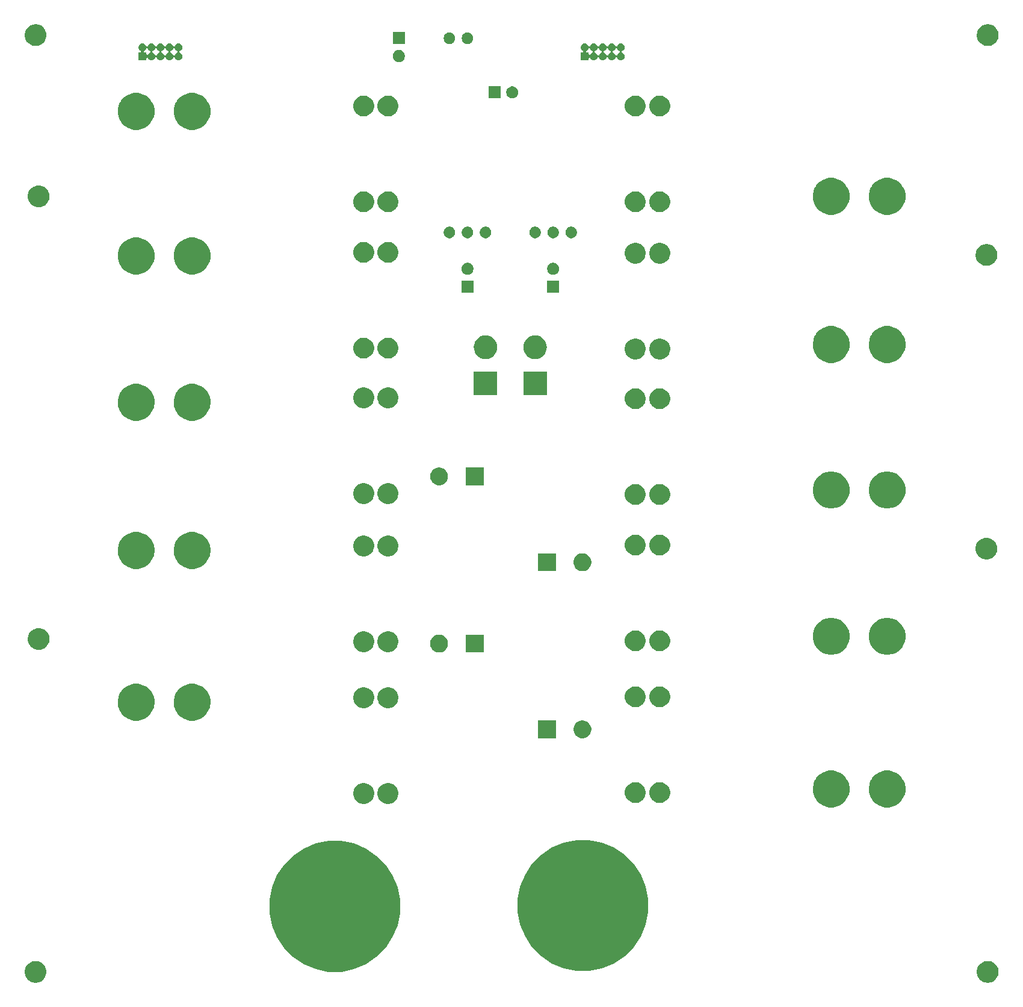
<source format=gbr>
G04 #@! TF.GenerationSoftware,KiCad,Pcbnew,(5.1.4)-1*
G04 #@! TF.CreationDate,2019-12-12T22:39:38-06:00*
G04 #@! TF.ProjectId,PowerBoard_Hardware,506f7765-7242-46f6-9172-645f48617264,rev?*
G04 #@! TF.SameCoordinates,Original*
G04 #@! TF.FileFunction,Soldermask,Bot*
G04 #@! TF.FilePolarity,Negative*
%FSLAX46Y46*%
G04 Gerber Fmt 4.6, Leading zero omitted, Abs format (unit mm)*
G04 Created by KiCad (PCBNEW (5.1.4)-1) date 2019-12-12 22:39:38*
%MOMM*%
%LPD*%
G04 APERTURE LIST*
%ADD10C,0.100000*%
G04 APERTURE END LIST*
D10*
G36*
X234795237Y-164676967D02*
G01*
X234942473Y-164706254D01*
X235219859Y-164821151D01*
X235469501Y-164987957D01*
X235681803Y-165200259D01*
X235848609Y-165449901D01*
X235963506Y-165727287D01*
X236022080Y-166021759D01*
X236022080Y-166322001D01*
X235963506Y-166616473D01*
X235848609Y-166893859D01*
X235681803Y-167143501D01*
X235469501Y-167355803D01*
X235219859Y-167522609D01*
X234942473Y-167637506D01*
X234795237Y-167666793D01*
X234648002Y-167696080D01*
X234347758Y-167696080D01*
X234200523Y-167666793D01*
X234053287Y-167637506D01*
X233775901Y-167522609D01*
X233526259Y-167355803D01*
X233313957Y-167143501D01*
X233147151Y-166893859D01*
X233032254Y-166616473D01*
X232973680Y-166322001D01*
X232973680Y-166021759D01*
X233032254Y-165727287D01*
X233147151Y-165449901D01*
X233313957Y-165200259D01*
X233526259Y-164987957D01*
X233775901Y-164821151D01*
X234053287Y-164706254D01*
X234200523Y-164676967D01*
X234347758Y-164647680D01*
X234648002Y-164647680D01*
X234795237Y-164676967D01*
X234795237Y-164676967D01*
G37*
G36*
X100825477Y-164676967D02*
G01*
X100972713Y-164706254D01*
X101250099Y-164821151D01*
X101499741Y-164987957D01*
X101712043Y-165200259D01*
X101878849Y-165449901D01*
X101993746Y-165727287D01*
X102052320Y-166021759D01*
X102052320Y-166322001D01*
X101993746Y-166616473D01*
X101878849Y-166893859D01*
X101712043Y-167143501D01*
X101499741Y-167355803D01*
X101250099Y-167522609D01*
X100972713Y-167637506D01*
X100825477Y-167666793D01*
X100678242Y-167696080D01*
X100377998Y-167696080D01*
X100230763Y-167666793D01*
X100083527Y-167637506D01*
X99806141Y-167522609D01*
X99556499Y-167355803D01*
X99344197Y-167143501D01*
X99177391Y-166893859D01*
X99062494Y-166616473D01*
X99003920Y-166322001D01*
X99003920Y-166021759D01*
X99062494Y-165727287D01*
X99177391Y-165449901D01*
X99344197Y-165200259D01*
X99556499Y-164987957D01*
X99806141Y-164821151D01*
X100083527Y-164706254D01*
X100230763Y-164676967D01*
X100377998Y-164647680D01*
X100678242Y-164647680D01*
X100825477Y-164676967D01*
X100825477Y-164676967D01*
G37*
G36*
X143920201Y-147855286D02*
G01*
X145303083Y-148130358D01*
X146976466Y-148823496D01*
X148482471Y-149829777D01*
X149763223Y-151110529D01*
X150769504Y-152616534D01*
X151462642Y-154289917D01*
X151816000Y-156066372D01*
X151816000Y-157877628D01*
X151462642Y-159654083D01*
X150769504Y-161327466D01*
X149763223Y-162833471D01*
X148482471Y-164114223D01*
X146976466Y-165120504D01*
X145303083Y-165813642D01*
X143920201Y-166088714D01*
X143526630Y-166167000D01*
X141715370Y-166167000D01*
X141321799Y-166088714D01*
X139938917Y-165813642D01*
X138265534Y-165120504D01*
X136759529Y-164114223D01*
X135478777Y-162833471D01*
X134472496Y-161327466D01*
X133779358Y-159654083D01*
X133426000Y-157877628D01*
X133426000Y-156066372D01*
X133779358Y-154289917D01*
X134472496Y-152616534D01*
X135478777Y-151110529D01*
X136759529Y-149829777D01*
X138265534Y-148823496D01*
X139938917Y-148130358D01*
X141321799Y-147855286D01*
X141715370Y-147777000D01*
X143526630Y-147777000D01*
X143920201Y-147855286D01*
X143920201Y-147855286D01*
G37*
G36*
X178845201Y-147728286D02*
G01*
X180228083Y-148003358D01*
X181901466Y-148696496D01*
X183407471Y-149702777D01*
X184688223Y-150983529D01*
X185694504Y-152489534D01*
X186387642Y-154162917D01*
X186741000Y-155939372D01*
X186741000Y-157750628D01*
X186387642Y-159527083D01*
X185694504Y-161200466D01*
X184688223Y-162706471D01*
X183407471Y-163987223D01*
X181901466Y-164993504D01*
X180228083Y-165686642D01*
X178845201Y-165961714D01*
X178451630Y-166040000D01*
X176640370Y-166040000D01*
X176246799Y-165961714D01*
X174863917Y-165686642D01*
X173190534Y-164993504D01*
X171684529Y-163987223D01*
X170403777Y-162706471D01*
X169397496Y-161200466D01*
X168704358Y-159527083D01*
X168351000Y-157750628D01*
X168351000Y-155939372D01*
X168704358Y-154162917D01*
X169397496Y-152489534D01*
X170403777Y-150983529D01*
X171684529Y-149702777D01*
X173190534Y-148696496D01*
X174863917Y-148003358D01*
X176246799Y-147728286D01*
X176640370Y-147650000D01*
X178451630Y-147650000D01*
X178845201Y-147728286D01*
X178845201Y-147728286D01*
G37*
G36*
X220933908Y-137937380D02*
G01*
X221100767Y-137970570D01*
X221572299Y-138165885D01*
X221815029Y-138328073D01*
X221996666Y-138449438D01*
X222357562Y-138810334D01*
X222478927Y-138991971D01*
X222641115Y-139234701D01*
X222836430Y-139706233D01*
X222862123Y-139835400D01*
X222936000Y-140206807D01*
X222936000Y-140717193D01*
X222914330Y-140826134D01*
X222836430Y-141217767D01*
X222641115Y-141689299D01*
X222478927Y-141932029D01*
X222357562Y-142113666D01*
X221996666Y-142474562D01*
X221815029Y-142595927D01*
X221572299Y-142758115D01*
X221100767Y-142953430D01*
X220933908Y-142986620D01*
X220600193Y-143053000D01*
X220089807Y-143053000D01*
X219756092Y-142986620D01*
X219589233Y-142953430D01*
X219117701Y-142758115D01*
X218874971Y-142595927D01*
X218693334Y-142474562D01*
X218332438Y-142113666D01*
X218211073Y-141932029D01*
X218048885Y-141689299D01*
X217853570Y-141217767D01*
X217775670Y-140826134D01*
X217754000Y-140717193D01*
X217754000Y-140206807D01*
X217827877Y-139835400D01*
X217853570Y-139706233D01*
X218048885Y-139234701D01*
X218211073Y-138991971D01*
X218332438Y-138810334D01*
X218693334Y-138449438D01*
X218874971Y-138328073D01*
X219117701Y-138165885D01*
X219589233Y-137970570D01*
X219756092Y-137937380D01*
X220089807Y-137871000D01*
X220600193Y-137871000D01*
X220933908Y-137937380D01*
X220933908Y-137937380D01*
G37*
G36*
X213059908Y-137937380D02*
G01*
X213226767Y-137970570D01*
X213698299Y-138165885D01*
X213941029Y-138328073D01*
X214122666Y-138449438D01*
X214483562Y-138810334D01*
X214604927Y-138991971D01*
X214767115Y-139234701D01*
X214962430Y-139706233D01*
X214988123Y-139835400D01*
X215062000Y-140206807D01*
X215062000Y-140717193D01*
X215040330Y-140826134D01*
X214962430Y-141217767D01*
X214767115Y-141689299D01*
X214604927Y-141932029D01*
X214483562Y-142113666D01*
X214122666Y-142474562D01*
X213941029Y-142595927D01*
X213698299Y-142758115D01*
X213226767Y-142953430D01*
X213059908Y-142986620D01*
X212726193Y-143053000D01*
X212215807Y-143053000D01*
X211882092Y-142986620D01*
X211715233Y-142953430D01*
X211243701Y-142758115D01*
X211000971Y-142595927D01*
X210819334Y-142474562D01*
X210458438Y-142113666D01*
X210337073Y-141932029D01*
X210174885Y-141689299D01*
X209979570Y-141217767D01*
X209901670Y-140826134D01*
X209880000Y-140717193D01*
X209880000Y-140206807D01*
X209953877Y-139835400D01*
X209979570Y-139706233D01*
X210174885Y-139234701D01*
X210337073Y-138991971D01*
X210458438Y-138810334D01*
X210819334Y-138449438D01*
X211000971Y-138328073D01*
X211243701Y-138165885D01*
X211715233Y-137970570D01*
X211882092Y-137937380D01*
X212215807Y-137871000D01*
X212726193Y-137871000D01*
X213059908Y-137937380D01*
X213059908Y-137937380D01*
G37*
G36*
X150540070Y-139692433D02*
G01*
X150805899Y-139802543D01*
X150805901Y-139802544D01*
X151045142Y-139962400D01*
X151248600Y-140165858D01*
X151408456Y-140405099D01*
X151408457Y-140405101D01*
X151518567Y-140670930D01*
X151574700Y-140953132D01*
X151574700Y-141240868D01*
X151518567Y-141523070D01*
X151408457Y-141788899D01*
X151408456Y-141788901D01*
X151248600Y-142028142D01*
X151045142Y-142231600D01*
X150805901Y-142391456D01*
X150805900Y-142391457D01*
X150805899Y-142391457D01*
X150540070Y-142501567D01*
X150257868Y-142557700D01*
X149970132Y-142557700D01*
X149687930Y-142501567D01*
X149422101Y-142391457D01*
X149422100Y-142391457D01*
X149422099Y-142391456D01*
X149182858Y-142231600D01*
X148979400Y-142028142D01*
X148819544Y-141788901D01*
X148819543Y-141788899D01*
X148709433Y-141523070D01*
X148653300Y-141240868D01*
X148653300Y-140953132D01*
X148709433Y-140670930D01*
X148819543Y-140405101D01*
X148819544Y-140405099D01*
X148979400Y-140165858D01*
X149182858Y-139962400D01*
X149422099Y-139802544D01*
X149422101Y-139802543D01*
X149687930Y-139692433D01*
X149970132Y-139636300D01*
X150257868Y-139636300D01*
X150540070Y-139692433D01*
X150540070Y-139692433D01*
G37*
G36*
X147111070Y-139692433D02*
G01*
X147376899Y-139802543D01*
X147376901Y-139802544D01*
X147616142Y-139962400D01*
X147819600Y-140165858D01*
X147979456Y-140405099D01*
X147979457Y-140405101D01*
X148089567Y-140670930D01*
X148145700Y-140953132D01*
X148145700Y-141240868D01*
X148089567Y-141523070D01*
X147979457Y-141788899D01*
X147979456Y-141788901D01*
X147819600Y-142028142D01*
X147616142Y-142231600D01*
X147376901Y-142391456D01*
X147376900Y-142391457D01*
X147376899Y-142391457D01*
X147111070Y-142501567D01*
X146828868Y-142557700D01*
X146541132Y-142557700D01*
X146258930Y-142501567D01*
X145993101Y-142391457D01*
X145993100Y-142391457D01*
X145993099Y-142391456D01*
X145753858Y-142231600D01*
X145550400Y-142028142D01*
X145390544Y-141788901D01*
X145390543Y-141788899D01*
X145280433Y-141523070D01*
X145224300Y-141240868D01*
X145224300Y-140953132D01*
X145280433Y-140670930D01*
X145390543Y-140405101D01*
X145390544Y-140405099D01*
X145550400Y-140165858D01*
X145753858Y-139962400D01*
X145993099Y-139802544D01*
X145993101Y-139802543D01*
X146258930Y-139692433D01*
X146541132Y-139636300D01*
X146828868Y-139636300D01*
X147111070Y-139692433D01*
X147111070Y-139692433D01*
G37*
G36*
X185338070Y-139565433D02*
G01*
X185603899Y-139675543D01*
X185603901Y-139675544D01*
X185843142Y-139835400D01*
X186046600Y-140038858D01*
X186131460Y-140165860D01*
X186206457Y-140278101D01*
X186316567Y-140543930D01*
X186372700Y-140826132D01*
X186372700Y-141113868D01*
X186316567Y-141396070D01*
X186263961Y-141523071D01*
X186206456Y-141661901D01*
X186046600Y-141901142D01*
X185843142Y-142104600D01*
X185603901Y-142264456D01*
X185603900Y-142264457D01*
X185603899Y-142264457D01*
X185338070Y-142374567D01*
X185055868Y-142430700D01*
X184768132Y-142430700D01*
X184485930Y-142374567D01*
X184220101Y-142264457D01*
X184220100Y-142264457D01*
X184220099Y-142264456D01*
X183980858Y-142104600D01*
X183777400Y-141901142D01*
X183617544Y-141661901D01*
X183560039Y-141523071D01*
X183507433Y-141396070D01*
X183451300Y-141113868D01*
X183451300Y-140826132D01*
X183507433Y-140543930D01*
X183617543Y-140278101D01*
X183692540Y-140165860D01*
X183777400Y-140038858D01*
X183980858Y-139835400D01*
X184220099Y-139675544D01*
X184220101Y-139675543D01*
X184485930Y-139565433D01*
X184768132Y-139509300D01*
X185055868Y-139509300D01*
X185338070Y-139565433D01*
X185338070Y-139565433D01*
G37*
G36*
X188767070Y-139565433D02*
G01*
X189032899Y-139675543D01*
X189032901Y-139675544D01*
X189272142Y-139835400D01*
X189475600Y-140038858D01*
X189560460Y-140165860D01*
X189635457Y-140278101D01*
X189745567Y-140543930D01*
X189801700Y-140826132D01*
X189801700Y-141113868D01*
X189745567Y-141396070D01*
X189692961Y-141523071D01*
X189635456Y-141661901D01*
X189475600Y-141901142D01*
X189272142Y-142104600D01*
X189032901Y-142264456D01*
X189032900Y-142264457D01*
X189032899Y-142264457D01*
X188767070Y-142374567D01*
X188484868Y-142430700D01*
X188197132Y-142430700D01*
X187914930Y-142374567D01*
X187649101Y-142264457D01*
X187649100Y-142264457D01*
X187649099Y-142264456D01*
X187409858Y-142104600D01*
X187206400Y-141901142D01*
X187046544Y-141661901D01*
X186989039Y-141523071D01*
X186936433Y-141396070D01*
X186880300Y-141113868D01*
X186880300Y-140826132D01*
X186936433Y-140543930D01*
X187046543Y-140278101D01*
X187121540Y-140165860D01*
X187206400Y-140038858D01*
X187409858Y-139835400D01*
X187649099Y-139675544D01*
X187649101Y-139675543D01*
X187914930Y-139565433D01*
X188197132Y-139509300D01*
X188484868Y-139509300D01*
X188767070Y-139565433D01*
X188767070Y-139565433D01*
G37*
G36*
X173717000Y-133331000D02*
G01*
X171215000Y-133331000D01*
X171215000Y-130829000D01*
X173717000Y-130829000D01*
X173717000Y-133331000D01*
X173717000Y-133331000D01*
G37*
G36*
X177830903Y-130877075D02*
G01*
X178058571Y-130971378D01*
X178263466Y-131108285D01*
X178437715Y-131282534D01*
X178574622Y-131487429D01*
X178668925Y-131715097D01*
X178717000Y-131956787D01*
X178717000Y-132203213D01*
X178668925Y-132444903D01*
X178574622Y-132672571D01*
X178437715Y-132877466D01*
X178263466Y-133051715D01*
X178058571Y-133188622D01*
X178058570Y-133188623D01*
X178058569Y-133188623D01*
X177830903Y-133282925D01*
X177589214Y-133331000D01*
X177342786Y-133331000D01*
X177101097Y-133282925D01*
X176873431Y-133188623D01*
X176873430Y-133188623D01*
X176873429Y-133188622D01*
X176668534Y-133051715D01*
X176494285Y-132877466D01*
X176357378Y-132672571D01*
X176263075Y-132444903D01*
X176215000Y-132203213D01*
X176215000Y-131956787D01*
X176263075Y-131715097D01*
X176357378Y-131487429D01*
X176494285Y-131282534D01*
X176668534Y-131108285D01*
X176873429Y-130971378D01*
X177101097Y-130877075D01*
X177342786Y-130829000D01*
X177589214Y-130829000D01*
X177830903Y-130877075D01*
X177830903Y-130877075D01*
G37*
G36*
X115269908Y-125745380D02*
G01*
X115436767Y-125778570D01*
X115908299Y-125973885D01*
X116102182Y-126103434D01*
X116332666Y-126257438D01*
X116693562Y-126618334D01*
X116750707Y-126703858D01*
X116977115Y-127042701D01*
X117162861Y-127491132D01*
X117172430Y-127514234D01*
X117272000Y-128014807D01*
X117272000Y-128525193D01*
X117223384Y-128769601D01*
X117172430Y-129025767D01*
X116977115Y-129497299D01*
X116814927Y-129740029D01*
X116693562Y-129921666D01*
X116332666Y-130282562D01*
X116151029Y-130403927D01*
X115908299Y-130566115D01*
X115436767Y-130761430D01*
X115269908Y-130794620D01*
X114936193Y-130861000D01*
X114425807Y-130861000D01*
X114092092Y-130794620D01*
X113925233Y-130761430D01*
X113453701Y-130566115D01*
X113210971Y-130403927D01*
X113029334Y-130282562D01*
X112668438Y-129921666D01*
X112547073Y-129740029D01*
X112384885Y-129497299D01*
X112189570Y-129025767D01*
X112138616Y-128769601D01*
X112090000Y-128525193D01*
X112090000Y-128014807D01*
X112189570Y-127514234D01*
X112199139Y-127491132D01*
X112384885Y-127042701D01*
X112611293Y-126703858D01*
X112668438Y-126618334D01*
X113029334Y-126257438D01*
X113259818Y-126103434D01*
X113453701Y-125973885D01*
X113925233Y-125778570D01*
X114092092Y-125745380D01*
X114425807Y-125679000D01*
X114936193Y-125679000D01*
X115269908Y-125745380D01*
X115269908Y-125745380D01*
G37*
G36*
X123143908Y-125745380D02*
G01*
X123310767Y-125778570D01*
X123782299Y-125973885D01*
X123976182Y-126103434D01*
X124206666Y-126257438D01*
X124567562Y-126618334D01*
X124624707Y-126703858D01*
X124851115Y-127042701D01*
X125036861Y-127491132D01*
X125046430Y-127514234D01*
X125146000Y-128014807D01*
X125146000Y-128525193D01*
X125097384Y-128769601D01*
X125046430Y-129025767D01*
X124851115Y-129497299D01*
X124688927Y-129740029D01*
X124567562Y-129921666D01*
X124206666Y-130282562D01*
X124025029Y-130403927D01*
X123782299Y-130566115D01*
X123310767Y-130761430D01*
X123143908Y-130794620D01*
X122810193Y-130861000D01*
X122299807Y-130861000D01*
X121966092Y-130794620D01*
X121799233Y-130761430D01*
X121327701Y-130566115D01*
X121084971Y-130403927D01*
X120903334Y-130282562D01*
X120542438Y-129921666D01*
X120421073Y-129740029D01*
X120258885Y-129497299D01*
X120063570Y-129025767D01*
X120012616Y-128769601D01*
X119964000Y-128525193D01*
X119964000Y-128014807D01*
X120063570Y-127514234D01*
X120073139Y-127491132D01*
X120258885Y-127042701D01*
X120485293Y-126703858D01*
X120542438Y-126618334D01*
X120903334Y-126257438D01*
X121133818Y-126103434D01*
X121327701Y-125973885D01*
X121799233Y-125778570D01*
X121966092Y-125745380D01*
X122299807Y-125679000D01*
X122810193Y-125679000D01*
X123143908Y-125745380D01*
X123143908Y-125745380D01*
G37*
G36*
X147111070Y-126230433D02*
G01*
X147376899Y-126340543D01*
X147376901Y-126340544D01*
X147616142Y-126500400D01*
X147819600Y-126703858D01*
X147979456Y-126943099D01*
X147979457Y-126943101D01*
X148089567Y-127208930D01*
X148145700Y-127491132D01*
X148145700Y-127778868D01*
X148089567Y-128061070D01*
X148032062Y-128199899D01*
X147979456Y-128326901D01*
X147819600Y-128566142D01*
X147616142Y-128769600D01*
X147376901Y-128929456D01*
X147376900Y-128929457D01*
X147376899Y-128929457D01*
X147111070Y-129039567D01*
X146828868Y-129095700D01*
X146541132Y-129095700D01*
X146258930Y-129039567D01*
X145993101Y-128929457D01*
X145993100Y-128929457D01*
X145993099Y-128929456D01*
X145753858Y-128769600D01*
X145550400Y-128566142D01*
X145390544Y-128326901D01*
X145337938Y-128199899D01*
X145280433Y-128061070D01*
X145224300Y-127778868D01*
X145224300Y-127491132D01*
X145280433Y-127208930D01*
X145390543Y-126943101D01*
X145390544Y-126943099D01*
X145550400Y-126703858D01*
X145753858Y-126500400D01*
X145993099Y-126340544D01*
X145993101Y-126340543D01*
X146258930Y-126230433D01*
X146541132Y-126174300D01*
X146828868Y-126174300D01*
X147111070Y-126230433D01*
X147111070Y-126230433D01*
G37*
G36*
X150540070Y-126230433D02*
G01*
X150805899Y-126340543D01*
X150805901Y-126340544D01*
X151045142Y-126500400D01*
X151248600Y-126703858D01*
X151408456Y-126943099D01*
X151408457Y-126943101D01*
X151518567Y-127208930D01*
X151574700Y-127491132D01*
X151574700Y-127778868D01*
X151518567Y-128061070D01*
X151461062Y-128199899D01*
X151408456Y-128326901D01*
X151248600Y-128566142D01*
X151045142Y-128769600D01*
X150805901Y-128929456D01*
X150805900Y-128929457D01*
X150805899Y-128929457D01*
X150540070Y-129039567D01*
X150257868Y-129095700D01*
X149970132Y-129095700D01*
X149687930Y-129039567D01*
X149422101Y-128929457D01*
X149422100Y-128929457D01*
X149422099Y-128929456D01*
X149182858Y-128769600D01*
X148979400Y-128566142D01*
X148819544Y-128326901D01*
X148766938Y-128199899D01*
X148709433Y-128061070D01*
X148653300Y-127778868D01*
X148653300Y-127491132D01*
X148709433Y-127208930D01*
X148819543Y-126943101D01*
X148819544Y-126943099D01*
X148979400Y-126703858D01*
X149182858Y-126500400D01*
X149422099Y-126340544D01*
X149422101Y-126340543D01*
X149687930Y-126230433D01*
X149970132Y-126174300D01*
X150257868Y-126174300D01*
X150540070Y-126230433D01*
X150540070Y-126230433D01*
G37*
G36*
X188767070Y-126103433D02*
G01*
X189032899Y-126213543D01*
X189032901Y-126213544D01*
X189272142Y-126373400D01*
X189475600Y-126576858D01*
X189560460Y-126703860D01*
X189635457Y-126816101D01*
X189745567Y-127081930D01*
X189801700Y-127364132D01*
X189801700Y-127651868D01*
X189745567Y-127934070D01*
X189692961Y-128061071D01*
X189635456Y-128199901D01*
X189475600Y-128439142D01*
X189272142Y-128642600D01*
X189032901Y-128802456D01*
X189032900Y-128802457D01*
X189032899Y-128802457D01*
X188767070Y-128912567D01*
X188484868Y-128968700D01*
X188197132Y-128968700D01*
X187914930Y-128912567D01*
X187649101Y-128802457D01*
X187649100Y-128802457D01*
X187649099Y-128802456D01*
X187409858Y-128642600D01*
X187206400Y-128439142D01*
X187046544Y-128199901D01*
X186989039Y-128061071D01*
X186936433Y-127934070D01*
X186880300Y-127651868D01*
X186880300Y-127364132D01*
X186936433Y-127081930D01*
X187046543Y-126816101D01*
X187121540Y-126703860D01*
X187206400Y-126576858D01*
X187409858Y-126373400D01*
X187649099Y-126213544D01*
X187649101Y-126213543D01*
X187914930Y-126103433D01*
X188197132Y-126047300D01*
X188484868Y-126047300D01*
X188767070Y-126103433D01*
X188767070Y-126103433D01*
G37*
G36*
X185338070Y-126103433D02*
G01*
X185603899Y-126213543D01*
X185603901Y-126213544D01*
X185843142Y-126373400D01*
X186046600Y-126576858D01*
X186131460Y-126703860D01*
X186206457Y-126816101D01*
X186316567Y-127081930D01*
X186372700Y-127364132D01*
X186372700Y-127651868D01*
X186316567Y-127934070D01*
X186263961Y-128061071D01*
X186206456Y-128199901D01*
X186046600Y-128439142D01*
X185843142Y-128642600D01*
X185603901Y-128802456D01*
X185603900Y-128802457D01*
X185603899Y-128802457D01*
X185338070Y-128912567D01*
X185055868Y-128968700D01*
X184768132Y-128968700D01*
X184485930Y-128912567D01*
X184220101Y-128802457D01*
X184220100Y-128802457D01*
X184220099Y-128802456D01*
X183980858Y-128642600D01*
X183777400Y-128439142D01*
X183617544Y-128199901D01*
X183560039Y-128061071D01*
X183507433Y-127934070D01*
X183451300Y-127651868D01*
X183451300Y-127364132D01*
X183507433Y-127081930D01*
X183617543Y-126816101D01*
X183692540Y-126703860D01*
X183777400Y-126576858D01*
X183980858Y-126373400D01*
X184220099Y-126213544D01*
X184220101Y-126213543D01*
X184485930Y-126103433D01*
X184768132Y-126047300D01*
X185055868Y-126047300D01*
X185338070Y-126103433D01*
X185338070Y-126103433D01*
G37*
G36*
X220933908Y-116474380D02*
G01*
X221100767Y-116507570D01*
X221572299Y-116702885D01*
X221815029Y-116865073D01*
X221996666Y-116986438D01*
X222357562Y-117347334D01*
X222478927Y-117528971D01*
X222641115Y-117771701D01*
X222830714Y-118229434D01*
X222836430Y-118243234D01*
X222936000Y-118743807D01*
X222936000Y-119254193D01*
X222919940Y-119334930D01*
X222836430Y-119754767D01*
X222641115Y-120226299D01*
X222489705Y-120452899D01*
X222357562Y-120650666D01*
X221996666Y-121011562D01*
X221828954Y-121123623D01*
X221572299Y-121295115D01*
X221100767Y-121490430D01*
X220933908Y-121523620D01*
X220600193Y-121590000D01*
X220089807Y-121590000D01*
X219756092Y-121523620D01*
X219589233Y-121490430D01*
X219117701Y-121295115D01*
X218861046Y-121123623D01*
X218693334Y-121011562D01*
X218332438Y-120650666D01*
X218200295Y-120452899D01*
X218048885Y-120226299D01*
X217853570Y-119754767D01*
X217770060Y-119334930D01*
X217754000Y-119254193D01*
X217754000Y-118743807D01*
X217853570Y-118243234D01*
X217859286Y-118229434D01*
X218048885Y-117771701D01*
X218211073Y-117528971D01*
X218332438Y-117347334D01*
X218693334Y-116986438D01*
X218874971Y-116865073D01*
X219117701Y-116702885D01*
X219589233Y-116507570D01*
X219756092Y-116474380D01*
X220089807Y-116408000D01*
X220600193Y-116408000D01*
X220933908Y-116474380D01*
X220933908Y-116474380D01*
G37*
G36*
X213059908Y-116474380D02*
G01*
X213226767Y-116507570D01*
X213698299Y-116702885D01*
X213941029Y-116865073D01*
X214122666Y-116986438D01*
X214483562Y-117347334D01*
X214604927Y-117528971D01*
X214767115Y-117771701D01*
X214956714Y-118229434D01*
X214962430Y-118243234D01*
X215062000Y-118743807D01*
X215062000Y-119254193D01*
X215045940Y-119334930D01*
X214962430Y-119754767D01*
X214767115Y-120226299D01*
X214615705Y-120452899D01*
X214483562Y-120650666D01*
X214122666Y-121011562D01*
X213954954Y-121123623D01*
X213698299Y-121295115D01*
X213226767Y-121490430D01*
X213059908Y-121523620D01*
X212726193Y-121590000D01*
X212215807Y-121590000D01*
X211882092Y-121523620D01*
X211715233Y-121490430D01*
X211243701Y-121295115D01*
X210987046Y-121123623D01*
X210819334Y-121011562D01*
X210458438Y-120650666D01*
X210326295Y-120452899D01*
X210174885Y-120226299D01*
X209979570Y-119754767D01*
X209896060Y-119334930D01*
X209880000Y-119254193D01*
X209880000Y-118743807D01*
X209979570Y-118243234D01*
X209985286Y-118229434D01*
X210174885Y-117771701D01*
X210337073Y-117528971D01*
X210458438Y-117347334D01*
X210819334Y-116986438D01*
X211000971Y-116865073D01*
X211243701Y-116702885D01*
X211715233Y-116507570D01*
X211882092Y-116474380D01*
X212215807Y-116408000D01*
X212726193Y-116408000D01*
X213059908Y-116474380D01*
X213059908Y-116474380D01*
G37*
G36*
X157670903Y-118812075D02*
G01*
X157898571Y-118906378D01*
X158103466Y-119043285D01*
X158277715Y-119217534D01*
X158414622Y-119422429D01*
X158414623Y-119422431D01*
X158508925Y-119650097D01*
X158557000Y-119891786D01*
X158557000Y-120138214D01*
X158508925Y-120379903D01*
X158432198Y-120565140D01*
X158414622Y-120607571D01*
X158277715Y-120812466D01*
X158103466Y-120986715D01*
X157898571Y-121123622D01*
X157898570Y-121123623D01*
X157898569Y-121123623D01*
X157670903Y-121217925D01*
X157429214Y-121266000D01*
X157182786Y-121266000D01*
X156941097Y-121217925D01*
X156713431Y-121123623D01*
X156713430Y-121123623D01*
X156713429Y-121123622D01*
X156508534Y-120986715D01*
X156334285Y-120812466D01*
X156197378Y-120607571D01*
X156179803Y-120565140D01*
X156103075Y-120379903D01*
X156055000Y-120138214D01*
X156055000Y-119891786D01*
X156103075Y-119650097D01*
X156197377Y-119422431D01*
X156197378Y-119422429D01*
X156334285Y-119217534D01*
X156508534Y-119043285D01*
X156713429Y-118906378D01*
X156941097Y-118812075D01*
X157182786Y-118764000D01*
X157429214Y-118764000D01*
X157670903Y-118812075D01*
X157670903Y-118812075D01*
G37*
G36*
X163557000Y-121266000D02*
G01*
X161055000Y-121266000D01*
X161055000Y-118764000D01*
X163557000Y-118764000D01*
X163557000Y-121266000D01*
X163557000Y-121266000D01*
G37*
G36*
X147111070Y-118356433D02*
G01*
X147376899Y-118466543D01*
X147376901Y-118466544D01*
X147616142Y-118626400D01*
X147819600Y-118829858D01*
X147979456Y-119069099D01*
X147979457Y-119069101D01*
X148089567Y-119334930D01*
X148145700Y-119617132D01*
X148145700Y-119904868D01*
X148089567Y-120187070D01*
X148009693Y-120379903D01*
X147979456Y-120452901D01*
X147819600Y-120692142D01*
X147616142Y-120895600D01*
X147376901Y-121055456D01*
X147376900Y-121055457D01*
X147376899Y-121055457D01*
X147111070Y-121165567D01*
X146828868Y-121221700D01*
X146541132Y-121221700D01*
X146258930Y-121165567D01*
X145993101Y-121055457D01*
X145993100Y-121055457D01*
X145993099Y-121055456D01*
X145753858Y-120895600D01*
X145550400Y-120692142D01*
X145390544Y-120452901D01*
X145360307Y-120379903D01*
X145280433Y-120187070D01*
X145224300Y-119904868D01*
X145224300Y-119617132D01*
X145280433Y-119334930D01*
X145390543Y-119069101D01*
X145390544Y-119069099D01*
X145550400Y-118829858D01*
X145753858Y-118626400D01*
X145993099Y-118466544D01*
X145993101Y-118466543D01*
X146258930Y-118356433D01*
X146541132Y-118300300D01*
X146828868Y-118300300D01*
X147111070Y-118356433D01*
X147111070Y-118356433D01*
G37*
G36*
X150540070Y-118356433D02*
G01*
X150805899Y-118466543D01*
X150805901Y-118466544D01*
X151045142Y-118626400D01*
X151248600Y-118829858D01*
X151408456Y-119069099D01*
X151408457Y-119069101D01*
X151518567Y-119334930D01*
X151574700Y-119617132D01*
X151574700Y-119904868D01*
X151518567Y-120187070D01*
X151438693Y-120379903D01*
X151408456Y-120452901D01*
X151248600Y-120692142D01*
X151045142Y-120895600D01*
X150805901Y-121055456D01*
X150805900Y-121055457D01*
X150805899Y-121055457D01*
X150540070Y-121165567D01*
X150257868Y-121221700D01*
X149970132Y-121221700D01*
X149687930Y-121165567D01*
X149422101Y-121055457D01*
X149422100Y-121055457D01*
X149422099Y-121055456D01*
X149182858Y-120895600D01*
X148979400Y-120692142D01*
X148819544Y-120452901D01*
X148789307Y-120379903D01*
X148709433Y-120187070D01*
X148653300Y-119904868D01*
X148653300Y-119617132D01*
X148709433Y-119334930D01*
X148819543Y-119069101D01*
X148819544Y-119069099D01*
X148979400Y-118829858D01*
X149182858Y-118626400D01*
X149422099Y-118466544D01*
X149422101Y-118466543D01*
X149687930Y-118356433D01*
X149970132Y-118300300D01*
X150257868Y-118300300D01*
X150540070Y-118356433D01*
X150540070Y-118356433D01*
G37*
G36*
X188767070Y-118229433D02*
G01*
X189032899Y-118339543D01*
X189032901Y-118339544D01*
X189272142Y-118499400D01*
X189475600Y-118702858D01*
X189630985Y-118935408D01*
X189635457Y-118942101D01*
X189745567Y-119207930D01*
X189801700Y-119490132D01*
X189801700Y-119777868D01*
X189745567Y-120060070D01*
X189635457Y-120325899D01*
X189635456Y-120325901D01*
X189475600Y-120565142D01*
X189272142Y-120768600D01*
X189032901Y-120928456D01*
X189032900Y-120928457D01*
X189032899Y-120928457D01*
X188767070Y-121038567D01*
X188484868Y-121094700D01*
X188197132Y-121094700D01*
X187914930Y-121038567D01*
X187649101Y-120928457D01*
X187649100Y-120928457D01*
X187649099Y-120928456D01*
X187409858Y-120768600D01*
X187206400Y-120565142D01*
X187046544Y-120325901D01*
X187046543Y-120325899D01*
X186936433Y-120060070D01*
X186880300Y-119777868D01*
X186880300Y-119490132D01*
X186936433Y-119207930D01*
X187046543Y-118942101D01*
X187051015Y-118935408D01*
X187206400Y-118702858D01*
X187409858Y-118499400D01*
X187649099Y-118339544D01*
X187649101Y-118339543D01*
X187914930Y-118229433D01*
X188197132Y-118173300D01*
X188484868Y-118173300D01*
X188767070Y-118229433D01*
X188767070Y-118229433D01*
G37*
G36*
X185338070Y-118229433D02*
G01*
X185603899Y-118339543D01*
X185603901Y-118339544D01*
X185843142Y-118499400D01*
X186046600Y-118702858D01*
X186201985Y-118935408D01*
X186206457Y-118942101D01*
X186316567Y-119207930D01*
X186372700Y-119490132D01*
X186372700Y-119777868D01*
X186316567Y-120060070D01*
X186206457Y-120325899D01*
X186206456Y-120325901D01*
X186046600Y-120565142D01*
X185843142Y-120768600D01*
X185603901Y-120928456D01*
X185603900Y-120928457D01*
X185603899Y-120928457D01*
X185338070Y-121038567D01*
X185055868Y-121094700D01*
X184768132Y-121094700D01*
X184485930Y-121038567D01*
X184220101Y-120928457D01*
X184220100Y-120928457D01*
X184220099Y-120928456D01*
X183980858Y-120768600D01*
X183777400Y-120565142D01*
X183617544Y-120325901D01*
X183617543Y-120325899D01*
X183507433Y-120060070D01*
X183451300Y-119777868D01*
X183451300Y-119490132D01*
X183507433Y-119207930D01*
X183617543Y-118942101D01*
X183622015Y-118935408D01*
X183777400Y-118702858D01*
X183980858Y-118499400D01*
X184220099Y-118339544D01*
X184220101Y-118339543D01*
X184485930Y-118229433D01*
X184768132Y-118173300D01*
X185055868Y-118173300D01*
X185338070Y-118229433D01*
X185338070Y-118229433D01*
G37*
G36*
X101262357Y-117885087D02*
G01*
X101409593Y-117914374D01*
X101686979Y-118029271D01*
X101936621Y-118196077D01*
X102148923Y-118408379D01*
X102315729Y-118658021D01*
X102430626Y-118935407D01*
X102452084Y-119043284D01*
X102489200Y-119229878D01*
X102489200Y-119530122D01*
X102471892Y-119617134D01*
X102430626Y-119824593D01*
X102315729Y-120101979D01*
X102148923Y-120351621D01*
X101936621Y-120563923D01*
X101686979Y-120730729D01*
X101409593Y-120845626D01*
X101262357Y-120874913D01*
X101115122Y-120904200D01*
X100814878Y-120904200D01*
X100667643Y-120874913D01*
X100520407Y-120845626D01*
X100243021Y-120730729D01*
X99993379Y-120563923D01*
X99781077Y-120351621D01*
X99614271Y-120101979D01*
X99499374Y-119824593D01*
X99458108Y-119617134D01*
X99440800Y-119530122D01*
X99440800Y-119229878D01*
X99477916Y-119043284D01*
X99499374Y-118935407D01*
X99614271Y-118658021D01*
X99781077Y-118408379D01*
X99993379Y-118196077D01*
X100243021Y-118029271D01*
X100520407Y-117914374D01*
X100667643Y-117885087D01*
X100814878Y-117855800D01*
X101115122Y-117855800D01*
X101262357Y-117885087D01*
X101262357Y-117885087D01*
G37*
G36*
X173717000Y-109836000D02*
G01*
X171215000Y-109836000D01*
X171215000Y-107334000D01*
X173717000Y-107334000D01*
X173717000Y-109836000D01*
X173717000Y-109836000D01*
G37*
G36*
X177830903Y-107382075D02*
G01*
X178058571Y-107476378D01*
X178263466Y-107613285D01*
X178437715Y-107787534D01*
X178574622Y-107992429D01*
X178668925Y-108220097D01*
X178717000Y-108461787D01*
X178717000Y-108708213D01*
X178668925Y-108949903D01*
X178574622Y-109177571D01*
X178437715Y-109382466D01*
X178263466Y-109556715D01*
X178058571Y-109693622D01*
X178058570Y-109693623D01*
X178058569Y-109693623D01*
X177830903Y-109787925D01*
X177589214Y-109836000D01*
X177342786Y-109836000D01*
X177101097Y-109787925D01*
X176873431Y-109693623D01*
X176873430Y-109693623D01*
X176873429Y-109693622D01*
X176668534Y-109556715D01*
X176494285Y-109382466D01*
X176357378Y-109177571D01*
X176263075Y-108949903D01*
X176215000Y-108708213D01*
X176215000Y-108461787D01*
X176263075Y-108220097D01*
X176357378Y-107992429D01*
X176494285Y-107787534D01*
X176668534Y-107613285D01*
X176873429Y-107476378D01*
X177101097Y-107382075D01*
X177342786Y-107334000D01*
X177589214Y-107334000D01*
X177830903Y-107382075D01*
X177830903Y-107382075D01*
G37*
G36*
X123143908Y-104409380D02*
G01*
X123310767Y-104442570D01*
X123782299Y-104637885D01*
X123976182Y-104767434D01*
X124206666Y-104921438D01*
X124567562Y-105282334D01*
X124624707Y-105367858D01*
X124851115Y-105706701D01*
X125046430Y-106178233D01*
X125057803Y-106235408D01*
X125146000Y-106678807D01*
X125146000Y-107189193D01*
X125097384Y-107433601D01*
X125046430Y-107689767D01*
X124851115Y-108161299D01*
X124688927Y-108404029D01*
X124567562Y-108585666D01*
X124206666Y-108946562D01*
X124025029Y-109067927D01*
X123782299Y-109230115D01*
X123310767Y-109425430D01*
X123143908Y-109458620D01*
X122810193Y-109525000D01*
X122299807Y-109525000D01*
X121966092Y-109458620D01*
X121799233Y-109425430D01*
X121327701Y-109230115D01*
X121084971Y-109067927D01*
X120903334Y-108946562D01*
X120542438Y-108585666D01*
X120421073Y-108404029D01*
X120258885Y-108161299D01*
X120063570Y-107689767D01*
X120012616Y-107433601D01*
X119964000Y-107189193D01*
X119964000Y-106678807D01*
X120052197Y-106235408D01*
X120063570Y-106178233D01*
X120258885Y-105706701D01*
X120485293Y-105367858D01*
X120542438Y-105282334D01*
X120903334Y-104921438D01*
X121133818Y-104767434D01*
X121327701Y-104637885D01*
X121799233Y-104442570D01*
X121966092Y-104409380D01*
X122299807Y-104343000D01*
X122810193Y-104343000D01*
X123143908Y-104409380D01*
X123143908Y-104409380D01*
G37*
G36*
X115269908Y-104409380D02*
G01*
X115436767Y-104442570D01*
X115908299Y-104637885D01*
X116102182Y-104767434D01*
X116332666Y-104921438D01*
X116693562Y-105282334D01*
X116750707Y-105367858D01*
X116977115Y-105706701D01*
X117172430Y-106178233D01*
X117183803Y-106235408D01*
X117272000Y-106678807D01*
X117272000Y-107189193D01*
X117223384Y-107433601D01*
X117172430Y-107689767D01*
X116977115Y-108161299D01*
X116814927Y-108404029D01*
X116693562Y-108585666D01*
X116332666Y-108946562D01*
X116151029Y-109067927D01*
X115908299Y-109230115D01*
X115436767Y-109425430D01*
X115269908Y-109458620D01*
X114936193Y-109525000D01*
X114425807Y-109525000D01*
X114092092Y-109458620D01*
X113925233Y-109425430D01*
X113453701Y-109230115D01*
X113210971Y-109067927D01*
X113029334Y-108946562D01*
X112668438Y-108585666D01*
X112547073Y-108404029D01*
X112384885Y-108161299D01*
X112189570Y-107689767D01*
X112138616Y-107433601D01*
X112090000Y-107189193D01*
X112090000Y-106678807D01*
X112178197Y-106235408D01*
X112189570Y-106178233D01*
X112384885Y-105706701D01*
X112611293Y-105367858D01*
X112668438Y-105282334D01*
X113029334Y-104921438D01*
X113259818Y-104767434D01*
X113453701Y-104637885D01*
X113925233Y-104442570D01*
X114092092Y-104409380D01*
X114425807Y-104343000D01*
X114936193Y-104343000D01*
X115269908Y-104409380D01*
X115269908Y-104409380D01*
G37*
G36*
X234612357Y-105185087D02*
G01*
X234759593Y-105214374D01*
X235036979Y-105329271D01*
X235094728Y-105367858D01*
X235262712Y-105480101D01*
X235286621Y-105496077D01*
X235498923Y-105708379D01*
X235665729Y-105958021D01*
X235756944Y-106178234D01*
X235780626Y-106235408D01*
X235821893Y-106442868D01*
X235839200Y-106529879D01*
X235839200Y-106830121D01*
X235780626Y-107124593D01*
X235665729Y-107401979D01*
X235616017Y-107476378D01*
X235524539Y-107613285D01*
X235498923Y-107651621D01*
X235286621Y-107863923D01*
X235036979Y-108030729D01*
X234759593Y-108145626D01*
X234680809Y-108161297D01*
X234465122Y-108204200D01*
X234164878Y-108204200D01*
X233949191Y-108161297D01*
X233870407Y-108145626D01*
X233593021Y-108030729D01*
X233343379Y-107863923D01*
X233131077Y-107651621D01*
X233105462Y-107613285D01*
X233013983Y-107476378D01*
X232964271Y-107401979D01*
X232849374Y-107124593D01*
X232790800Y-106830121D01*
X232790800Y-106529879D01*
X232808108Y-106442868D01*
X232849374Y-106235408D01*
X232873056Y-106178234D01*
X232964271Y-105958021D01*
X233131077Y-105708379D01*
X233343379Y-105496077D01*
X233367289Y-105480101D01*
X233535272Y-105367858D01*
X233593021Y-105329271D01*
X233870407Y-105214374D01*
X234017643Y-105185087D01*
X234164878Y-105155800D01*
X234465122Y-105155800D01*
X234612357Y-105185087D01*
X234612357Y-105185087D01*
G37*
G36*
X150540070Y-104894433D02*
G01*
X150805899Y-105004543D01*
X150805901Y-105004544D01*
X151045142Y-105164400D01*
X151248600Y-105367858D01*
X151334273Y-105496077D01*
X151408457Y-105607101D01*
X151518567Y-105872930D01*
X151574700Y-106155132D01*
X151574700Y-106442868D01*
X151518567Y-106725070D01*
X151475053Y-106830121D01*
X151408456Y-106990901D01*
X151248600Y-107230142D01*
X151045142Y-107433600D01*
X150805901Y-107593456D01*
X150805900Y-107593457D01*
X150805899Y-107593457D01*
X150540070Y-107703567D01*
X150257868Y-107759700D01*
X149970132Y-107759700D01*
X149687930Y-107703567D01*
X149422101Y-107593457D01*
X149422100Y-107593457D01*
X149422099Y-107593456D01*
X149182858Y-107433600D01*
X148979400Y-107230142D01*
X148819544Y-106990901D01*
X148752947Y-106830121D01*
X148709433Y-106725070D01*
X148653300Y-106442868D01*
X148653300Y-106155132D01*
X148709433Y-105872930D01*
X148819543Y-105607101D01*
X148893727Y-105496077D01*
X148979400Y-105367858D01*
X149182858Y-105164400D01*
X149422099Y-105004544D01*
X149422101Y-105004543D01*
X149687930Y-104894433D01*
X149970132Y-104838300D01*
X150257868Y-104838300D01*
X150540070Y-104894433D01*
X150540070Y-104894433D01*
G37*
G36*
X147111070Y-104894433D02*
G01*
X147376899Y-105004543D01*
X147376901Y-105004544D01*
X147616142Y-105164400D01*
X147819600Y-105367858D01*
X147905273Y-105496077D01*
X147979457Y-105607101D01*
X148089567Y-105872930D01*
X148145700Y-106155132D01*
X148145700Y-106442868D01*
X148089567Y-106725070D01*
X148046053Y-106830121D01*
X147979456Y-106990901D01*
X147819600Y-107230142D01*
X147616142Y-107433600D01*
X147376901Y-107593456D01*
X147376900Y-107593457D01*
X147376899Y-107593457D01*
X147111070Y-107703567D01*
X146828868Y-107759700D01*
X146541132Y-107759700D01*
X146258930Y-107703567D01*
X145993101Y-107593457D01*
X145993100Y-107593457D01*
X145993099Y-107593456D01*
X145753858Y-107433600D01*
X145550400Y-107230142D01*
X145390544Y-106990901D01*
X145323947Y-106830121D01*
X145280433Y-106725070D01*
X145224300Y-106442868D01*
X145224300Y-106155132D01*
X145280433Y-105872930D01*
X145390543Y-105607101D01*
X145464727Y-105496077D01*
X145550400Y-105367858D01*
X145753858Y-105164400D01*
X145993099Y-105004544D01*
X145993101Y-105004543D01*
X146258930Y-104894433D01*
X146541132Y-104838300D01*
X146828868Y-104838300D01*
X147111070Y-104894433D01*
X147111070Y-104894433D01*
G37*
G36*
X188767070Y-104767433D02*
G01*
X189032899Y-104877543D01*
X189032901Y-104877544D01*
X189272142Y-105037400D01*
X189475600Y-105240858D01*
X189560460Y-105367860D01*
X189635457Y-105480101D01*
X189745567Y-105745930D01*
X189801700Y-106028132D01*
X189801700Y-106315868D01*
X189745567Y-106598070D01*
X189692961Y-106725071D01*
X189635456Y-106863901D01*
X189475600Y-107103142D01*
X189272142Y-107306600D01*
X189032901Y-107466456D01*
X189032900Y-107466457D01*
X189032899Y-107466457D01*
X188767070Y-107576567D01*
X188484868Y-107632700D01*
X188197132Y-107632700D01*
X187914930Y-107576567D01*
X187649101Y-107466457D01*
X187649100Y-107466457D01*
X187649099Y-107466456D01*
X187409858Y-107306600D01*
X187206400Y-107103142D01*
X187046544Y-106863901D01*
X186989039Y-106725071D01*
X186936433Y-106598070D01*
X186880300Y-106315868D01*
X186880300Y-106028132D01*
X186936433Y-105745930D01*
X187046543Y-105480101D01*
X187121540Y-105367860D01*
X187206400Y-105240858D01*
X187409858Y-105037400D01*
X187649099Y-104877544D01*
X187649101Y-104877543D01*
X187914930Y-104767433D01*
X188197132Y-104711300D01*
X188484868Y-104711300D01*
X188767070Y-104767433D01*
X188767070Y-104767433D01*
G37*
G36*
X185338070Y-104767433D02*
G01*
X185603899Y-104877543D01*
X185603901Y-104877544D01*
X185843142Y-105037400D01*
X186046600Y-105240858D01*
X186131460Y-105367860D01*
X186206457Y-105480101D01*
X186316567Y-105745930D01*
X186372700Y-106028132D01*
X186372700Y-106315868D01*
X186316567Y-106598070D01*
X186263961Y-106725071D01*
X186206456Y-106863901D01*
X186046600Y-107103142D01*
X185843142Y-107306600D01*
X185603901Y-107466456D01*
X185603900Y-107466457D01*
X185603899Y-107466457D01*
X185338070Y-107576567D01*
X185055868Y-107632700D01*
X184768132Y-107632700D01*
X184485930Y-107576567D01*
X184220101Y-107466457D01*
X184220100Y-107466457D01*
X184220099Y-107466456D01*
X183980858Y-107306600D01*
X183777400Y-107103142D01*
X183617544Y-106863901D01*
X183560039Y-106725071D01*
X183507433Y-106598070D01*
X183451300Y-106315868D01*
X183451300Y-106028132D01*
X183507433Y-105745930D01*
X183617543Y-105480101D01*
X183692540Y-105367860D01*
X183777400Y-105240858D01*
X183980858Y-105037400D01*
X184220099Y-104877544D01*
X184220101Y-104877543D01*
X184485930Y-104767433D01*
X184768132Y-104711300D01*
X185055868Y-104711300D01*
X185338070Y-104767433D01*
X185338070Y-104767433D01*
G37*
G36*
X213059908Y-95900380D02*
G01*
X213226767Y-95933570D01*
X213698299Y-96128885D01*
X213941029Y-96291073D01*
X214122666Y-96412438D01*
X214483562Y-96773334D01*
X214604927Y-96954971D01*
X214767115Y-97197701D01*
X214962430Y-97669233D01*
X214988123Y-97798400D01*
X215062000Y-98169807D01*
X215062000Y-98680193D01*
X215040330Y-98789134D01*
X214962430Y-99180767D01*
X214767115Y-99652299D01*
X214604927Y-99895029D01*
X214483562Y-100076666D01*
X214122666Y-100437562D01*
X213941029Y-100558927D01*
X213698299Y-100721115D01*
X213226767Y-100916430D01*
X213059908Y-100949620D01*
X212726193Y-101016000D01*
X212215807Y-101016000D01*
X211882092Y-100949620D01*
X211715233Y-100916430D01*
X211243701Y-100721115D01*
X211000971Y-100558927D01*
X210819334Y-100437562D01*
X210458438Y-100076666D01*
X210337073Y-99895029D01*
X210174885Y-99652299D01*
X209979570Y-99180767D01*
X209901670Y-98789134D01*
X209880000Y-98680193D01*
X209880000Y-98169807D01*
X209953877Y-97798400D01*
X209979570Y-97669233D01*
X210174885Y-97197701D01*
X210337073Y-96954971D01*
X210458438Y-96773334D01*
X210819334Y-96412438D01*
X211000971Y-96291073D01*
X211243701Y-96128885D01*
X211715233Y-95933570D01*
X211882092Y-95900380D01*
X212215807Y-95834000D01*
X212726193Y-95834000D01*
X213059908Y-95900380D01*
X213059908Y-95900380D01*
G37*
G36*
X220933908Y-95900380D02*
G01*
X221100767Y-95933570D01*
X221572299Y-96128885D01*
X221815029Y-96291073D01*
X221996666Y-96412438D01*
X222357562Y-96773334D01*
X222478927Y-96954971D01*
X222641115Y-97197701D01*
X222836430Y-97669233D01*
X222862123Y-97798400D01*
X222936000Y-98169807D01*
X222936000Y-98680193D01*
X222914330Y-98789134D01*
X222836430Y-99180767D01*
X222641115Y-99652299D01*
X222478927Y-99895029D01*
X222357562Y-100076666D01*
X221996666Y-100437562D01*
X221815029Y-100558927D01*
X221572299Y-100721115D01*
X221100767Y-100916430D01*
X220933908Y-100949620D01*
X220600193Y-101016000D01*
X220089807Y-101016000D01*
X219756092Y-100949620D01*
X219589233Y-100916430D01*
X219117701Y-100721115D01*
X218874971Y-100558927D01*
X218693334Y-100437562D01*
X218332438Y-100076666D01*
X218211073Y-99895029D01*
X218048885Y-99652299D01*
X217853570Y-99180767D01*
X217775670Y-98789134D01*
X217754000Y-98680193D01*
X217754000Y-98169807D01*
X217827877Y-97798400D01*
X217853570Y-97669233D01*
X218048885Y-97197701D01*
X218211073Y-96954971D01*
X218332438Y-96773334D01*
X218693334Y-96412438D01*
X218874971Y-96291073D01*
X219117701Y-96128885D01*
X219589233Y-95933570D01*
X219756092Y-95900380D01*
X220089807Y-95834000D01*
X220600193Y-95834000D01*
X220933908Y-95900380D01*
X220933908Y-95900380D01*
G37*
G36*
X188767070Y-97655433D02*
G01*
X189032899Y-97765543D01*
X189032901Y-97765544D01*
X189272142Y-97925400D01*
X189475600Y-98128858D01*
X189635456Y-98368099D01*
X189635457Y-98368101D01*
X189745567Y-98633930D01*
X189801700Y-98916132D01*
X189801700Y-99203868D01*
X189745567Y-99486070D01*
X189635457Y-99751899D01*
X189635456Y-99751901D01*
X189475600Y-99991142D01*
X189272142Y-100194600D01*
X189032901Y-100354456D01*
X189032900Y-100354457D01*
X189032899Y-100354457D01*
X188767070Y-100464567D01*
X188484868Y-100520700D01*
X188197132Y-100520700D01*
X187914930Y-100464567D01*
X187649101Y-100354457D01*
X187649100Y-100354457D01*
X187649099Y-100354456D01*
X187409858Y-100194600D01*
X187206400Y-99991142D01*
X187046544Y-99751901D01*
X187046543Y-99751899D01*
X186936433Y-99486070D01*
X186880300Y-99203868D01*
X186880300Y-98916132D01*
X186936433Y-98633930D01*
X187046543Y-98368101D01*
X187046544Y-98368099D01*
X187206400Y-98128858D01*
X187409858Y-97925400D01*
X187649099Y-97765544D01*
X187649101Y-97765543D01*
X187914930Y-97655433D01*
X188197132Y-97599300D01*
X188484868Y-97599300D01*
X188767070Y-97655433D01*
X188767070Y-97655433D01*
G37*
G36*
X185338070Y-97655433D02*
G01*
X185603899Y-97765543D01*
X185603901Y-97765544D01*
X185843142Y-97925400D01*
X186046600Y-98128858D01*
X186206456Y-98368099D01*
X186206457Y-98368101D01*
X186316567Y-98633930D01*
X186372700Y-98916132D01*
X186372700Y-99203868D01*
X186316567Y-99486070D01*
X186206457Y-99751899D01*
X186206456Y-99751901D01*
X186046600Y-99991142D01*
X185843142Y-100194600D01*
X185603901Y-100354456D01*
X185603900Y-100354457D01*
X185603899Y-100354457D01*
X185338070Y-100464567D01*
X185055868Y-100520700D01*
X184768132Y-100520700D01*
X184485930Y-100464567D01*
X184220101Y-100354457D01*
X184220100Y-100354457D01*
X184220099Y-100354456D01*
X183980858Y-100194600D01*
X183777400Y-99991142D01*
X183617544Y-99751901D01*
X183617543Y-99751899D01*
X183507433Y-99486070D01*
X183451300Y-99203868D01*
X183451300Y-98916132D01*
X183507433Y-98633930D01*
X183617543Y-98368101D01*
X183617544Y-98368099D01*
X183777400Y-98128858D01*
X183980858Y-97925400D01*
X184220099Y-97765544D01*
X184220101Y-97765543D01*
X184485930Y-97655433D01*
X184768132Y-97599300D01*
X185055868Y-97599300D01*
X185338070Y-97655433D01*
X185338070Y-97655433D01*
G37*
G36*
X150540070Y-97528433D02*
G01*
X150781950Y-97628623D01*
X150805901Y-97638544D01*
X151045142Y-97798400D01*
X151248600Y-98001858D01*
X151333460Y-98128860D01*
X151408457Y-98241101D01*
X151518567Y-98506930D01*
X151574700Y-98789132D01*
X151574700Y-99076868D01*
X151518567Y-99359070D01*
X151465961Y-99486071D01*
X151408456Y-99624901D01*
X151248600Y-99864142D01*
X151045142Y-100067600D01*
X150805901Y-100227456D01*
X150805900Y-100227457D01*
X150805899Y-100227457D01*
X150540070Y-100337567D01*
X150257868Y-100393700D01*
X149970132Y-100393700D01*
X149687930Y-100337567D01*
X149422101Y-100227457D01*
X149422100Y-100227457D01*
X149422099Y-100227456D01*
X149182858Y-100067600D01*
X148979400Y-99864142D01*
X148819544Y-99624901D01*
X148762039Y-99486071D01*
X148709433Y-99359070D01*
X148653300Y-99076868D01*
X148653300Y-98789132D01*
X148709433Y-98506930D01*
X148819543Y-98241101D01*
X148894540Y-98128860D01*
X148979400Y-98001858D01*
X149182858Y-97798400D01*
X149422099Y-97638544D01*
X149446050Y-97628623D01*
X149687930Y-97528433D01*
X149970132Y-97472300D01*
X150257868Y-97472300D01*
X150540070Y-97528433D01*
X150540070Y-97528433D01*
G37*
G36*
X147111070Y-97528433D02*
G01*
X147352950Y-97628623D01*
X147376901Y-97638544D01*
X147616142Y-97798400D01*
X147819600Y-98001858D01*
X147904460Y-98128860D01*
X147979457Y-98241101D01*
X148089567Y-98506930D01*
X148145700Y-98789132D01*
X148145700Y-99076868D01*
X148089567Y-99359070D01*
X148036961Y-99486071D01*
X147979456Y-99624901D01*
X147819600Y-99864142D01*
X147616142Y-100067600D01*
X147376901Y-100227456D01*
X147376900Y-100227457D01*
X147376899Y-100227457D01*
X147111070Y-100337567D01*
X146828868Y-100393700D01*
X146541132Y-100393700D01*
X146258930Y-100337567D01*
X145993101Y-100227457D01*
X145993100Y-100227457D01*
X145993099Y-100227456D01*
X145753858Y-100067600D01*
X145550400Y-99864142D01*
X145390544Y-99624901D01*
X145333039Y-99486071D01*
X145280433Y-99359070D01*
X145224300Y-99076868D01*
X145224300Y-98789132D01*
X145280433Y-98506930D01*
X145390543Y-98241101D01*
X145465540Y-98128860D01*
X145550400Y-98001858D01*
X145753858Y-97798400D01*
X145993099Y-97638544D01*
X146017050Y-97628623D01*
X146258930Y-97528433D01*
X146541132Y-97472300D01*
X146828868Y-97472300D01*
X147111070Y-97528433D01*
X147111070Y-97528433D01*
G37*
G36*
X163557000Y-97771000D02*
G01*
X161055000Y-97771000D01*
X161055000Y-95269000D01*
X163557000Y-95269000D01*
X163557000Y-97771000D01*
X163557000Y-97771000D01*
G37*
G36*
X157670903Y-95317075D02*
G01*
X157898571Y-95411378D01*
X158103466Y-95548285D01*
X158277715Y-95722534D01*
X158414622Y-95927429D01*
X158508925Y-96155097D01*
X158557000Y-96396787D01*
X158557000Y-96643213D01*
X158508925Y-96884903D01*
X158414622Y-97112571D01*
X158277715Y-97317466D01*
X158103466Y-97491715D01*
X157898571Y-97628622D01*
X157898570Y-97628623D01*
X157898569Y-97628623D01*
X157670903Y-97722925D01*
X157429214Y-97771000D01*
X157182786Y-97771000D01*
X156941097Y-97722925D01*
X156713431Y-97628623D01*
X156713430Y-97628623D01*
X156713429Y-97628622D01*
X156508534Y-97491715D01*
X156334285Y-97317466D01*
X156197378Y-97112571D01*
X156103075Y-96884903D01*
X156055000Y-96643213D01*
X156055000Y-96396787D01*
X156103075Y-96155097D01*
X156197378Y-95927429D01*
X156334285Y-95722534D01*
X156508534Y-95548285D01*
X156713429Y-95411378D01*
X156941097Y-95317075D01*
X157182786Y-95269000D01*
X157429214Y-95269000D01*
X157670903Y-95317075D01*
X157670903Y-95317075D01*
G37*
G36*
X123143908Y-83581380D02*
G01*
X123310767Y-83614570D01*
X123782299Y-83809885D01*
X124025029Y-83972073D01*
X124206666Y-84093438D01*
X124567562Y-84454334D01*
X124624707Y-84539858D01*
X124851115Y-84878701D01*
X124972574Y-85171930D01*
X125046430Y-85350234D01*
X125146000Y-85850807D01*
X125146000Y-86361193D01*
X125097384Y-86605601D01*
X125046430Y-86861767D01*
X124851115Y-87333299D01*
X124688927Y-87576029D01*
X124567562Y-87757666D01*
X124206666Y-88118562D01*
X124025029Y-88239927D01*
X123782299Y-88402115D01*
X123310767Y-88597430D01*
X123143908Y-88630620D01*
X122810193Y-88697000D01*
X122299807Y-88697000D01*
X121966092Y-88630620D01*
X121799233Y-88597430D01*
X121327701Y-88402115D01*
X121084971Y-88239927D01*
X120903334Y-88118562D01*
X120542438Y-87757666D01*
X120421073Y-87576029D01*
X120258885Y-87333299D01*
X120063570Y-86861767D01*
X120012616Y-86605601D01*
X119964000Y-86361193D01*
X119964000Y-85850807D01*
X120063570Y-85350234D01*
X120137426Y-85171930D01*
X120258885Y-84878701D01*
X120485293Y-84539858D01*
X120542438Y-84454334D01*
X120903334Y-84093438D01*
X121084971Y-83972073D01*
X121327701Y-83809885D01*
X121799233Y-83614570D01*
X121966092Y-83581380D01*
X122299807Y-83515000D01*
X122810193Y-83515000D01*
X123143908Y-83581380D01*
X123143908Y-83581380D01*
G37*
G36*
X115269908Y-83581380D02*
G01*
X115436767Y-83614570D01*
X115908299Y-83809885D01*
X116151029Y-83972073D01*
X116332666Y-84093438D01*
X116693562Y-84454334D01*
X116750707Y-84539858D01*
X116977115Y-84878701D01*
X117098574Y-85171930D01*
X117172430Y-85350234D01*
X117272000Y-85850807D01*
X117272000Y-86361193D01*
X117223384Y-86605601D01*
X117172430Y-86861767D01*
X116977115Y-87333299D01*
X116814927Y-87576029D01*
X116693562Y-87757666D01*
X116332666Y-88118562D01*
X116151029Y-88239927D01*
X115908299Y-88402115D01*
X115436767Y-88597430D01*
X115269908Y-88630620D01*
X114936193Y-88697000D01*
X114425807Y-88697000D01*
X114092092Y-88630620D01*
X113925233Y-88597430D01*
X113453701Y-88402115D01*
X113210971Y-88239927D01*
X113029334Y-88118562D01*
X112668438Y-87757666D01*
X112547073Y-87576029D01*
X112384885Y-87333299D01*
X112189570Y-86861767D01*
X112138616Y-86605601D01*
X112090000Y-86361193D01*
X112090000Y-85850807D01*
X112189570Y-85350234D01*
X112263426Y-85171930D01*
X112384885Y-84878701D01*
X112611293Y-84539858D01*
X112668438Y-84454334D01*
X113029334Y-84093438D01*
X113210971Y-83972073D01*
X113453701Y-83809885D01*
X113925233Y-83614570D01*
X114092092Y-83581380D01*
X114425807Y-83515000D01*
X114936193Y-83515000D01*
X115269908Y-83581380D01*
X115269908Y-83581380D01*
G37*
G36*
X185338070Y-84193433D02*
G01*
X185603899Y-84303543D01*
X185603901Y-84303544D01*
X185843142Y-84463400D01*
X186046600Y-84666858D01*
X186206456Y-84906099D01*
X186206457Y-84906101D01*
X186316567Y-85171930D01*
X186372700Y-85454132D01*
X186372700Y-85741868D01*
X186316567Y-86024070D01*
X186259062Y-86162899D01*
X186206456Y-86289901D01*
X186046600Y-86529142D01*
X185843142Y-86732600D01*
X185603901Y-86892456D01*
X185603900Y-86892457D01*
X185603899Y-86892457D01*
X185338070Y-87002567D01*
X185055868Y-87058700D01*
X184768132Y-87058700D01*
X184485930Y-87002567D01*
X184220101Y-86892457D01*
X184220100Y-86892457D01*
X184220099Y-86892456D01*
X183980858Y-86732600D01*
X183777400Y-86529142D01*
X183617544Y-86289901D01*
X183564938Y-86162899D01*
X183507433Y-86024070D01*
X183451300Y-85741868D01*
X183451300Y-85454132D01*
X183507433Y-85171930D01*
X183617543Y-84906101D01*
X183617544Y-84906099D01*
X183777400Y-84666858D01*
X183980858Y-84463400D01*
X184220099Y-84303544D01*
X184220101Y-84303543D01*
X184485930Y-84193433D01*
X184768132Y-84137300D01*
X185055868Y-84137300D01*
X185338070Y-84193433D01*
X185338070Y-84193433D01*
G37*
G36*
X188767070Y-84193433D02*
G01*
X189032899Y-84303543D01*
X189032901Y-84303544D01*
X189272142Y-84463400D01*
X189475600Y-84666858D01*
X189635456Y-84906099D01*
X189635457Y-84906101D01*
X189745567Y-85171930D01*
X189801700Y-85454132D01*
X189801700Y-85741868D01*
X189745567Y-86024070D01*
X189688062Y-86162899D01*
X189635456Y-86289901D01*
X189475600Y-86529142D01*
X189272142Y-86732600D01*
X189032901Y-86892456D01*
X189032900Y-86892457D01*
X189032899Y-86892457D01*
X188767070Y-87002567D01*
X188484868Y-87058700D01*
X188197132Y-87058700D01*
X187914930Y-87002567D01*
X187649101Y-86892457D01*
X187649100Y-86892457D01*
X187649099Y-86892456D01*
X187409858Y-86732600D01*
X187206400Y-86529142D01*
X187046544Y-86289901D01*
X186993938Y-86162899D01*
X186936433Y-86024070D01*
X186880300Y-85741868D01*
X186880300Y-85454132D01*
X186936433Y-85171930D01*
X187046543Y-84906101D01*
X187046544Y-84906099D01*
X187206400Y-84666858D01*
X187409858Y-84463400D01*
X187649099Y-84303544D01*
X187649101Y-84303543D01*
X187914930Y-84193433D01*
X188197132Y-84137300D01*
X188484868Y-84137300D01*
X188767070Y-84193433D01*
X188767070Y-84193433D01*
G37*
G36*
X147111070Y-84066433D02*
G01*
X147376899Y-84176543D01*
X147376901Y-84176544D01*
X147616142Y-84336400D01*
X147819600Y-84539858D01*
X147904460Y-84666860D01*
X147979457Y-84779101D01*
X148089567Y-85044930D01*
X148145700Y-85327132D01*
X148145700Y-85614868D01*
X148089567Y-85897070D01*
X148036961Y-86024071D01*
X147979456Y-86162901D01*
X147819600Y-86402142D01*
X147616142Y-86605600D01*
X147376901Y-86765456D01*
X147376900Y-86765457D01*
X147376899Y-86765457D01*
X147111070Y-86875567D01*
X146828868Y-86931700D01*
X146541132Y-86931700D01*
X146258930Y-86875567D01*
X145993101Y-86765457D01*
X145993100Y-86765457D01*
X145993099Y-86765456D01*
X145753858Y-86605600D01*
X145550400Y-86402142D01*
X145390544Y-86162901D01*
X145333039Y-86024071D01*
X145280433Y-85897070D01*
X145224300Y-85614868D01*
X145224300Y-85327132D01*
X145280433Y-85044930D01*
X145390543Y-84779101D01*
X145465540Y-84666860D01*
X145550400Y-84539858D01*
X145753858Y-84336400D01*
X145993099Y-84176544D01*
X145993101Y-84176543D01*
X146258930Y-84066433D01*
X146541132Y-84010300D01*
X146828868Y-84010300D01*
X147111070Y-84066433D01*
X147111070Y-84066433D01*
G37*
G36*
X150540070Y-84066433D02*
G01*
X150805899Y-84176543D01*
X150805901Y-84176544D01*
X151045142Y-84336400D01*
X151248600Y-84539858D01*
X151333460Y-84666860D01*
X151408457Y-84779101D01*
X151518567Y-85044930D01*
X151574700Y-85327132D01*
X151574700Y-85614868D01*
X151518567Y-85897070D01*
X151465961Y-86024071D01*
X151408456Y-86162901D01*
X151248600Y-86402142D01*
X151045142Y-86605600D01*
X150805901Y-86765456D01*
X150805900Y-86765457D01*
X150805899Y-86765457D01*
X150540070Y-86875567D01*
X150257868Y-86931700D01*
X149970132Y-86931700D01*
X149687930Y-86875567D01*
X149422101Y-86765457D01*
X149422100Y-86765457D01*
X149422099Y-86765456D01*
X149182858Y-86605600D01*
X148979400Y-86402142D01*
X148819544Y-86162901D01*
X148762039Y-86024071D01*
X148709433Y-85897070D01*
X148653300Y-85614868D01*
X148653300Y-85327132D01*
X148709433Y-85044930D01*
X148819543Y-84779101D01*
X148894540Y-84666860D01*
X148979400Y-84539858D01*
X149182858Y-84336400D01*
X149422099Y-84176544D01*
X149422101Y-84176543D01*
X149687930Y-84066433D01*
X149970132Y-84010300D01*
X150257868Y-84010300D01*
X150540070Y-84066433D01*
X150540070Y-84066433D01*
G37*
G36*
X165481000Y-85090000D02*
G01*
X162179000Y-85090000D01*
X162179000Y-81788000D01*
X165481000Y-81788000D01*
X165481000Y-85090000D01*
X165481000Y-85090000D01*
G37*
G36*
X172466000Y-85090000D02*
G01*
X169164000Y-85090000D01*
X169164000Y-81788000D01*
X172466000Y-81788000D01*
X172466000Y-85090000D01*
X172466000Y-85090000D01*
G37*
G36*
X220933908Y-75453380D02*
G01*
X221100767Y-75486570D01*
X221572299Y-75681885D01*
X221815029Y-75844073D01*
X221996666Y-75965438D01*
X222357562Y-76326334D01*
X222478927Y-76507971D01*
X222641115Y-76750701D01*
X222836430Y-77222233D01*
X222862123Y-77351400D01*
X222936000Y-77722807D01*
X222936000Y-78233193D01*
X222914330Y-78342134D01*
X222836430Y-78733767D01*
X222641115Y-79205299D01*
X222478927Y-79448029D01*
X222357562Y-79629666D01*
X221996666Y-79990562D01*
X221815029Y-80111927D01*
X221572299Y-80274115D01*
X221100767Y-80469430D01*
X220933908Y-80502620D01*
X220600193Y-80569000D01*
X220089807Y-80569000D01*
X219756092Y-80502620D01*
X219589233Y-80469430D01*
X219117701Y-80274115D01*
X218874971Y-80111927D01*
X218693334Y-79990562D01*
X218332438Y-79629666D01*
X218211073Y-79448029D01*
X218048885Y-79205299D01*
X217853570Y-78733767D01*
X217775670Y-78342134D01*
X217754000Y-78233193D01*
X217754000Y-77722807D01*
X217827877Y-77351400D01*
X217853570Y-77222233D01*
X218048885Y-76750701D01*
X218211073Y-76507971D01*
X218332438Y-76326334D01*
X218693334Y-75965438D01*
X218874971Y-75844073D01*
X219117701Y-75681885D01*
X219589233Y-75486570D01*
X219756092Y-75453380D01*
X220089807Y-75387000D01*
X220600193Y-75387000D01*
X220933908Y-75453380D01*
X220933908Y-75453380D01*
G37*
G36*
X213059908Y-75453380D02*
G01*
X213226767Y-75486570D01*
X213698299Y-75681885D01*
X213941029Y-75844073D01*
X214122666Y-75965438D01*
X214483562Y-76326334D01*
X214604927Y-76507971D01*
X214767115Y-76750701D01*
X214962430Y-77222233D01*
X214988123Y-77351400D01*
X215062000Y-77722807D01*
X215062000Y-78233193D01*
X215040330Y-78342134D01*
X214962430Y-78733767D01*
X214767115Y-79205299D01*
X214604927Y-79448029D01*
X214483562Y-79629666D01*
X214122666Y-79990562D01*
X213941029Y-80111927D01*
X213698299Y-80274115D01*
X213226767Y-80469430D01*
X213059908Y-80502620D01*
X212726193Y-80569000D01*
X212215807Y-80569000D01*
X211882092Y-80502620D01*
X211715233Y-80469430D01*
X211243701Y-80274115D01*
X211000971Y-80111927D01*
X210819334Y-79990562D01*
X210458438Y-79629666D01*
X210337073Y-79448029D01*
X210174885Y-79205299D01*
X209979570Y-78733767D01*
X209901670Y-78342134D01*
X209880000Y-78233193D01*
X209880000Y-77722807D01*
X209953877Y-77351400D01*
X209979570Y-77222233D01*
X210174885Y-76750701D01*
X210337073Y-76507971D01*
X210458438Y-76326334D01*
X210819334Y-75965438D01*
X211000971Y-75844073D01*
X211243701Y-75681885D01*
X211715233Y-75486570D01*
X211882092Y-75453380D01*
X212215807Y-75387000D01*
X212726193Y-75387000D01*
X213059908Y-75453380D01*
X213059908Y-75453380D01*
G37*
G36*
X185338070Y-77208433D02*
G01*
X185603899Y-77318543D01*
X185603901Y-77318544D01*
X185843142Y-77478400D01*
X186046600Y-77681858D01*
X186206456Y-77921099D01*
X186206457Y-77921101D01*
X186316567Y-78186930D01*
X186372700Y-78469132D01*
X186372700Y-78756868D01*
X186316567Y-79039070D01*
X186216489Y-79280680D01*
X186206456Y-79304901D01*
X186046600Y-79544142D01*
X185843142Y-79747600D01*
X185603901Y-79907456D01*
X185603900Y-79907457D01*
X185603899Y-79907457D01*
X185338070Y-80017567D01*
X185055868Y-80073700D01*
X184768132Y-80073700D01*
X184485930Y-80017567D01*
X184220101Y-79907457D01*
X184220100Y-79907457D01*
X184220099Y-79907456D01*
X183980858Y-79747600D01*
X183777400Y-79544142D01*
X183617544Y-79304901D01*
X183607511Y-79280680D01*
X183507433Y-79039070D01*
X183451300Y-78756868D01*
X183451300Y-78469132D01*
X183507433Y-78186930D01*
X183617543Y-77921101D01*
X183617544Y-77921099D01*
X183777400Y-77681858D01*
X183980858Y-77478400D01*
X184220099Y-77318544D01*
X184220101Y-77318543D01*
X184485930Y-77208433D01*
X184768132Y-77152300D01*
X185055868Y-77152300D01*
X185338070Y-77208433D01*
X185338070Y-77208433D01*
G37*
G36*
X188767070Y-77208433D02*
G01*
X189032899Y-77318543D01*
X189032901Y-77318544D01*
X189272142Y-77478400D01*
X189475600Y-77681858D01*
X189635456Y-77921099D01*
X189635457Y-77921101D01*
X189745567Y-78186930D01*
X189801700Y-78469132D01*
X189801700Y-78756868D01*
X189745567Y-79039070D01*
X189645489Y-79280680D01*
X189635456Y-79304901D01*
X189475600Y-79544142D01*
X189272142Y-79747600D01*
X189032901Y-79907456D01*
X189032900Y-79907457D01*
X189032899Y-79907457D01*
X188767070Y-80017567D01*
X188484868Y-80073700D01*
X188197132Y-80073700D01*
X187914930Y-80017567D01*
X187649101Y-79907457D01*
X187649100Y-79907457D01*
X187649099Y-79907456D01*
X187409858Y-79747600D01*
X187206400Y-79544142D01*
X187046544Y-79304901D01*
X187036511Y-79280680D01*
X186936433Y-79039070D01*
X186880300Y-78756868D01*
X186880300Y-78469132D01*
X186936433Y-78186930D01*
X187046543Y-77921101D01*
X187046544Y-77921099D01*
X187206400Y-77681858D01*
X187409858Y-77478400D01*
X187649099Y-77318544D01*
X187649101Y-77318543D01*
X187914930Y-77208433D01*
X188197132Y-77152300D01*
X188484868Y-77152300D01*
X188767070Y-77208433D01*
X188767070Y-77208433D01*
G37*
G36*
X164153651Y-76731888D02*
G01*
X164464870Y-76826296D01*
X164751680Y-76979599D01*
X164751683Y-76979601D01*
X164751684Y-76979602D01*
X165003082Y-77185918D01*
X165209398Y-77437316D01*
X165209401Y-77437320D01*
X165362704Y-77724130D01*
X165457112Y-78035349D01*
X165488988Y-78359000D01*
X165457112Y-78682651D01*
X165362704Y-78993870D01*
X165209401Y-79280680D01*
X165209399Y-79280683D01*
X165209398Y-79280684D01*
X165003082Y-79532082D01*
X164751684Y-79738398D01*
X164751680Y-79738401D01*
X164464870Y-79891704D01*
X164153651Y-79986112D01*
X163911107Y-80010000D01*
X163748893Y-80010000D01*
X163506349Y-79986112D01*
X163195130Y-79891704D01*
X162908320Y-79738401D01*
X162908316Y-79738398D01*
X162656918Y-79532082D01*
X162450602Y-79280684D01*
X162450601Y-79280683D01*
X162450599Y-79280680D01*
X162297296Y-78993870D01*
X162202888Y-78682651D01*
X162171012Y-78359000D01*
X162202888Y-78035349D01*
X162297296Y-77724130D01*
X162450599Y-77437320D01*
X162450602Y-77437316D01*
X162656918Y-77185918D01*
X162908316Y-76979602D01*
X162908317Y-76979601D01*
X162908320Y-76979599D01*
X163195130Y-76826296D01*
X163506349Y-76731888D01*
X163748893Y-76708000D01*
X163911107Y-76708000D01*
X164153651Y-76731888D01*
X164153651Y-76731888D01*
G37*
G36*
X171138651Y-76731888D02*
G01*
X171449870Y-76826296D01*
X171736680Y-76979599D01*
X171736683Y-76979601D01*
X171736684Y-76979602D01*
X171988082Y-77185918D01*
X172194398Y-77437316D01*
X172194401Y-77437320D01*
X172347704Y-77724130D01*
X172442112Y-78035349D01*
X172473988Y-78359000D01*
X172442112Y-78682651D01*
X172347704Y-78993870D01*
X172194401Y-79280680D01*
X172194399Y-79280683D01*
X172194398Y-79280684D01*
X171988082Y-79532082D01*
X171736684Y-79738398D01*
X171736680Y-79738401D01*
X171449870Y-79891704D01*
X171138651Y-79986112D01*
X170896107Y-80010000D01*
X170733893Y-80010000D01*
X170491349Y-79986112D01*
X170180130Y-79891704D01*
X169893320Y-79738401D01*
X169893316Y-79738398D01*
X169641918Y-79532082D01*
X169435602Y-79280684D01*
X169435601Y-79280683D01*
X169435599Y-79280680D01*
X169282296Y-78993870D01*
X169187888Y-78682651D01*
X169156012Y-78359000D01*
X169187888Y-78035349D01*
X169282296Y-77724130D01*
X169435599Y-77437320D01*
X169435602Y-77437316D01*
X169641918Y-77185918D01*
X169893316Y-76979602D01*
X169893317Y-76979601D01*
X169893320Y-76979599D01*
X170180130Y-76826296D01*
X170491349Y-76731888D01*
X170733893Y-76708000D01*
X170896107Y-76708000D01*
X171138651Y-76731888D01*
X171138651Y-76731888D01*
G37*
G36*
X147111070Y-77081433D02*
G01*
X147363319Y-77185918D01*
X147376901Y-77191544D01*
X147616142Y-77351400D01*
X147819600Y-77554858D01*
X147904460Y-77681860D01*
X147979457Y-77794101D01*
X148089567Y-78059930D01*
X148145700Y-78342132D01*
X148145700Y-78629868D01*
X148089567Y-78912070D01*
X148036961Y-79039071D01*
X147979456Y-79177901D01*
X147819600Y-79417142D01*
X147616142Y-79620600D01*
X147376901Y-79780456D01*
X147376900Y-79780457D01*
X147376899Y-79780457D01*
X147111070Y-79890567D01*
X146828868Y-79946700D01*
X146541132Y-79946700D01*
X146258930Y-79890567D01*
X145993101Y-79780457D01*
X145993100Y-79780457D01*
X145993099Y-79780456D01*
X145753858Y-79620600D01*
X145550400Y-79417142D01*
X145390544Y-79177901D01*
X145333039Y-79039071D01*
X145280433Y-78912070D01*
X145224300Y-78629868D01*
X145224300Y-78342132D01*
X145280433Y-78059930D01*
X145390543Y-77794101D01*
X145465540Y-77681860D01*
X145550400Y-77554858D01*
X145753858Y-77351400D01*
X145993099Y-77191544D01*
X146006681Y-77185918D01*
X146258930Y-77081433D01*
X146541132Y-77025300D01*
X146828868Y-77025300D01*
X147111070Y-77081433D01*
X147111070Y-77081433D01*
G37*
G36*
X150540070Y-77081433D02*
G01*
X150792319Y-77185918D01*
X150805901Y-77191544D01*
X151045142Y-77351400D01*
X151248600Y-77554858D01*
X151333460Y-77681860D01*
X151408457Y-77794101D01*
X151518567Y-78059930D01*
X151574700Y-78342132D01*
X151574700Y-78629868D01*
X151518567Y-78912070D01*
X151465961Y-79039071D01*
X151408456Y-79177901D01*
X151248600Y-79417142D01*
X151045142Y-79620600D01*
X150805901Y-79780456D01*
X150805900Y-79780457D01*
X150805899Y-79780457D01*
X150540070Y-79890567D01*
X150257868Y-79946700D01*
X149970132Y-79946700D01*
X149687930Y-79890567D01*
X149422101Y-79780457D01*
X149422100Y-79780457D01*
X149422099Y-79780456D01*
X149182858Y-79620600D01*
X148979400Y-79417142D01*
X148819544Y-79177901D01*
X148762039Y-79039071D01*
X148709433Y-78912070D01*
X148653300Y-78629868D01*
X148653300Y-78342132D01*
X148709433Y-78059930D01*
X148819543Y-77794101D01*
X148894540Y-77681860D01*
X148979400Y-77554858D01*
X149182858Y-77351400D01*
X149422099Y-77191544D01*
X149435681Y-77185918D01*
X149687930Y-77081433D01*
X149970132Y-77025300D01*
X150257868Y-77025300D01*
X150540070Y-77081433D01*
X150540070Y-77081433D01*
G37*
G36*
X162141000Y-70701000D02*
G01*
X160439000Y-70701000D01*
X160439000Y-68999000D01*
X162141000Y-68999000D01*
X162141000Y-70701000D01*
X162141000Y-70701000D01*
G37*
G36*
X174206000Y-70701000D02*
G01*
X172504000Y-70701000D01*
X172504000Y-68999000D01*
X174206000Y-68999000D01*
X174206000Y-70701000D01*
X174206000Y-70701000D01*
G37*
G36*
X161538228Y-66531703D02*
G01*
X161693100Y-66595853D01*
X161832481Y-66688985D01*
X161951015Y-66807519D01*
X162044147Y-66946900D01*
X162108297Y-67101772D01*
X162141000Y-67266184D01*
X162141000Y-67433816D01*
X162108297Y-67598228D01*
X162044147Y-67753100D01*
X161951015Y-67892481D01*
X161832481Y-68011015D01*
X161693100Y-68104147D01*
X161538228Y-68168297D01*
X161373816Y-68201000D01*
X161206184Y-68201000D01*
X161041772Y-68168297D01*
X160886900Y-68104147D01*
X160747519Y-68011015D01*
X160628985Y-67892481D01*
X160535853Y-67753100D01*
X160471703Y-67598228D01*
X160439000Y-67433816D01*
X160439000Y-67266184D01*
X160471703Y-67101772D01*
X160535853Y-66946900D01*
X160628985Y-66807519D01*
X160747519Y-66688985D01*
X160886900Y-66595853D01*
X161041772Y-66531703D01*
X161206184Y-66499000D01*
X161373816Y-66499000D01*
X161538228Y-66531703D01*
X161538228Y-66531703D01*
G37*
G36*
X173603228Y-66531703D02*
G01*
X173758100Y-66595853D01*
X173897481Y-66688985D01*
X174016015Y-66807519D01*
X174109147Y-66946900D01*
X174173297Y-67101772D01*
X174206000Y-67266184D01*
X174206000Y-67433816D01*
X174173297Y-67598228D01*
X174109147Y-67753100D01*
X174016015Y-67892481D01*
X173897481Y-68011015D01*
X173758100Y-68104147D01*
X173603228Y-68168297D01*
X173438816Y-68201000D01*
X173271184Y-68201000D01*
X173106772Y-68168297D01*
X172951900Y-68104147D01*
X172812519Y-68011015D01*
X172693985Y-67892481D01*
X172600853Y-67753100D01*
X172536703Y-67598228D01*
X172504000Y-67433816D01*
X172504000Y-67266184D01*
X172536703Y-67101772D01*
X172600853Y-66946900D01*
X172693985Y-66807519D01*
X172812519Y-66688985D01*
X172951900Y-66595853D01*
X173106772Y-66531703D01*
X173271184Y-66499000D01*
X173438816Y-66499000D01*
X173603228Y-66531703D01*
X173603228Y-66531703D01*
G37*
G36*
X123143908Y-63007380D02*
G01*
X123310767Y-63040570D01*
X123782299Y-63235885D01*
X124025029Y-63398073D01*
X124206666Y-63519438D01*
X124567562Y-63880334D01*
X124658477Y-64016399D01*
X124851115Y-64304701D01*
X125046430Y-64776233D01*
X125046430Y-64776234D01*
X125124331Y-65167868D01*
X125146000Y-65276809D01*
X125146000Y-65787191D01*
X125046430Y-66287767D01*
X124851115Y-66759299D01*
X124688927Y-67002029D01*
X124567562Y-67183666D01*
X124206666Y-67544562D01*
X124025029Y-67665927D01*
X123782299Y-67828115D01*
X123310767Y-68023430D01*
X123143908Y-68056620D01*
X122810193Y-68123000D01*
X122299807Y-68123000D01*
X121966092Y-68056620D01*
X121799233Y-68023430D01*
X121327701Y-67828115D01*
X121084971Y-67665927D01*
X120903334Y-67544562D01*
X120542438Y-67183666D01*
X120421073Y-67002029D01*
X120258885Y-66759299D01*
X120063570Y-66287767D01*
X119964000Y-65787191D01*
X119964000Y-65276809D01*
X119985670Y-65167868D01*
X120063570Y-64776234D01*
X120063570Y-64776233D01*
X120258885Y-64304701D01*
X120451523Y-64016399D01*
X120542438Y-63880334D01*
X120903334Y-63519438D01*
X121084971Y-63398073D01*
X121327701Y-63235885D01*
X121799233Y-63040570D01*
X121966092Y-63007380D01*
X122299807Y-62941000D01*
X122810193Y-62941000D01*
X123143908Y-63007380D01*
X123143908Y-63007380D01*
G37*
G36*
X115269908Y-63007380D02*
G01*
X115436767Y-63040570D01*
X115908299Y-63235885D01*
X116151029Y-63398073D01*
X116332666Y-63519438D01*
X116693562Y-63880334D01*
X116784477Y-64016399D01*
X116977115Y-64304701D01*
X117172430Y-64776233D01*
X117172430Y-64776234D01*
X117250331Y-65167868D01*
X117272000Y-65276809D01*
X117272000Y-65787191D01*
X117172430Y-66287767D01*
X116977115Y-66759299D01*
X116814927Y-67002029D01*
X116693562Y-67183666D01*
X116332666Y-67544562D01*
X116151029Y-67665927D01*
X115908299Y-67828115D01*
X115436767Y-68023430D01*
X115269908Y-68056620D01*
X114936193Y-68123000D01*
X114425807Y-68123000D01*
X114092092Y-68056620D01*
X113925233Y-68023430D01*
X113453701Y-67828115D01*
X113210971Y-67665927D01*
X113029334Y-67544562D01*
X112668438Y-67183666D01*
X112547073Y-67002029D01*
X112384885Y-66759299D01*
X112189570Y-66287767D01*
X112090000Y-65787191D01*
X112090000Y-65276809D01*
X112111670Y-65167868D01*
X112189570Y-64776234D01*
X112189570Y-64776233D01*
X112384885Y-64304701D01*
X112577523Y-64016399D01*
X112668438Y-63880334D01*
X113029334Y-63519438D01*
X113210971Y-63398073D01*
X113453701Y-63235885D01*
X113925233Y-63040570D01*
X114092092Y-63007380D01*
X114425807Y-62941000D01*
X114936193Y-62941000D01*
X115269908Y-63007380D01*
X115269908Y-63007380D01*
G37*
G36*
X234612357Y-63910087D02*
G01*
X234759593Y-63939374D01*
X235036979Y-64054271D01*
X235286621Y-64221077D01*
X235498923Y-64433379D01*
X235665729Y-64683021D01*
X235780626Y-64960407D01*
X235809913Y-65107643D01*
X235821893Y-65167868D01*
X235839200Y-65254879D01*
X235839200Y-65555121D01*
X235780626Y-65849593D01*
X235665729Y-66126979D01*
X235498923Y-66376621D01*
X235286621Y-66588923D01*
X235036979Y-66755729D01*
X234759593Y-66870626D01*
X234612357Y-66899913D01*
X234465122Y-66929200D01*
X234164878Y-66929200D01*
X234017643Y-66899913D01*
X233870407Y-66870626D01*
X233593021Y-66755729D01*
X233343379Y-66588923D01*
X233131077Y-66376621D01*
X232964271Y-66126979D01*
X232849374Y-65849593D01*
X232790800Y-65555121D01*
X232790800Y-65254879D01*
X232808108Y-65167868D01*
X232820087Y-65107643D01*
X232849374Y-64960407D01*
X232964271Y-64683021D01*
X233131077Y-64433379D01*
X233343379Y-64221077D01*
X233593021Y-64054271D01*
X233870407Y-63939374D01*
X234017643Y-63910087D01*
X234164878Y-63880800D01*
X234465122Y-63880800D01*
X234612357Y-63910087D01*
X234612357Y-63910087D01*
G37*
G36*
X185338070Y-63746433D02*
G01*
X185603899Y-63856543D01*
X185603901Y-63856544D01*
X185843142Y-64016400D01*
X186046600Y-64219858D01*
X186189270Y-64433379D01*
X186206457Y-64459101D01*
X186316567Y-64724930D01*
X186372700Y-65007132D01*
X186372700Y-65294868D01*
X186316567Y-65577070D01*
X186259062Y-65715899D01*
X186206456Y-65842901D01*
X186046600Y-66082142D01*
X185843142Y-66285600D01*
X185603901Y-66445456D01*
X185603900Y-66445457D01*
X185603899Y-66445457D01*
X185338070Y-66555567D01*
X185055868Y-66611700D01*
X184768132Y-66611700D01*
X184485930Y-66555567D01*
X184220101Y-66445457D01*
X184220100Y-66445457D01*
X184220099Y-66445456D01*
X183980858Y-66285600D01*
X183777400Y-66082142D01*
X183617544Y-65842901D01*
X183564938Y-65715899D01*
X183507433Y-65577070D01*
X183451300Y-65294868D01*
X183451300Y-65007132D01*
X183507433Y-64724930D01*
X183617543Y-64459101D01*
X183634730Y-64433379D01*
X183777400Y-64219858D01*
X183980858Y-64016400D01*
X184220099Y-63856544D01*
X184220101Y-63856543D01*
X184485930Y-63746433D01*
X184768132Y-63690300D01*
X185055868Y-63690300D01*
X185338070Y-63746433D01*
X185338070Y-63746433D01*
G37*
G36*
X188767070Y-63746433D02*
G01*
X189032899Y-63856543D01*
X189032901Y-63856544D01*
X189272142Y-64016400D01*
X189475600Y-64219858D01*
X189618270Y-64433379D01*
X189635457Y-64459101D01*
X189745567Y-64724930D01*
X189801700Y-65007132D01*
X189801700Y-65294868D01*
X189745567Y-65577070D01*
X189688062Y-65715899D01*
X189635456Y-65842901D01*
X189475600Y-66082142D01*
X189272142Y-66285600D01*
X189032901Y-66445456D01*
X189032900Y-66445457D01*
X189032899Y-66445457D01*
X188767070Y-66555567D01*
X188484868Y-66611700D01*
X188197132Y-66611700D01*
X187914930Y-66555567D01*
X187649101Y-66445457D01*
X187649100Y-66445457D01*
X187649099Y-66445456D01*
X187409858Y-66285600D01*
X187206400Y-66082142D01*
X187046544Y-65842901D01*
X186993938Y-65715899D01*
X186936433Y-65577070D01*
X186880300Y-65294868D01*
X186880300Y-65007132D01*
X186936433Y-64724930D01*
X187046543Y-64459101D01*
X187063730Y-64433379D01*
X187206400Y-64219858D01*
X187409858Y-64016400D01*
X187649099Y-63856544D01*
X187649101Y-63856543D01*
X187914930Y-63746433D01*
X188197132Y-63690300D01*
X188484868Y-63690300D01*
X188767070Y-63746433D01*
X188767070Y-63746433D01*
G37*
G36*
X147111070Y-63619433D02*
G01*
X147376899Y-63729543D01*
X147376901Y-63729544D01*
X147616142Y-63889400D01*
X147819600Y-64092858D01*
X147979456Y-64332099D01*
X147979457Y-64332101D01*
X148089567Y-64597930D01*
X148145700Y-64880132D01*
X148145700Y-65167868D01*
X148089567Y-65450070D01*
X148036961Y-65577071D01*
X147979456Y-65715901D01*
X147819600Y-65955142D01*
X147616142Y-66158600D01*
X147376901Y-66318456D01*
X147376900Y-66318457D01*
X147376899Y-66318457D01*
X147111070Y-66428567D01*
X146828868Y-66484700D01*
X146541132Y-66484700D01*
X146258930Y-66428567D01*
X145993101Y-66318457D01*
X145993100Y-66318457D01*
X145993099Y-66318456D01*
X145753858Y-66158600D01*
X145550400Y-65955142D01*
X145390544Y-65715901D01*
X145333039Y-65577071D01*
X145280433Y-65450070D01*
X145224300Y-65167868D01*
X145224300Y-64880132D01*
X145280433Y-64597930D01*
X145390543Y-64332101D01*
X145390544Y-64332099D01*
X145550400Y-64092858D01*
X145753858Y-63889400D01*
X145993099Y-63729544D01*
X145993101Y-63729543D01*
X146258930Y-63619433D01*
X146541132Y-63563300D01*
X146828868Y-63563300D01*
X147111070Y-63619433D01*
X147111070Y-63619433D01*
G37*
G36*
X150540070Y-63619433D02*
G01*
X150805899Y-63729543D01*
X150805901Y-63729544D01*
X151045142Y-63889400D01*
X151248600Y-64092858D01*
X151408456Y-64332099D01*
X151408457Y-64332101D01*
X151518567Y-64597930D01*
X151574700Y-64880132D01*
X151574700Y-65167868D01*
X151518567Y-65450070D01*
X151465961Y-65577071D01*
X151408456Y-65715901D01*
X151248600Y-65955142D01*
X151045142Y-66158600D01*
X150805901Y-66318456D01*
X150805900Y-66318457D01*
X150805899Y-66318457D01*
X150540070Y-66428567D01*
X150257868Y-66484700D01*
X149970132Y-66484700D01*
X149687930Y-66428567D01*
X149422101Y-66318457D01*
X149422100Y-66318457D01*
X149422099Y-66318456D01*
X149182858Y-66158600D01*
X148979400Y-65955142D01*
X148819544Y-65715901D01*
X148762039Y-65577071D01*
X148709433Y-65450070D01*
X148653300Y-65167868D01*
X148653300Y-64880132D01*
X148709433Y-64597930D01*
X148819543Y-64332101D01*
X148819544Y-64332099D01*
X148979400Y-64092858D01*
X149182858Y-63889400D01*
X149422099Y-63729544D01*
X149422101Y-63729543D01*
X149687930Y-63619433D01*
X149970132Y-63563300D01*
X150257868Y-63563300D01*
X150540070Y-63619433D01*
X150540070Y-63619433D01*
G37*
G36*
X173592142Y-61448242D02*
G01*
X173740101Y-61509529D01*
X173873255Y-61598499D01*
X173986501Y-61711745D01*
X174075471Y-61844899D01*
X174136758Y-61992858D01*
X174168000Y-62149925D01*
X174168000Y-62310075D01*
X174136758Y-62467142D01*
X174075471Y-62615101D01*
X173986501Y-62748255D01*
X173873255Y-62861501D01*
X173740101Y-62950471D01*
X173592142Y-63011758D01*
X173435075Y-63043000D01*
X173274925Y-63043000D01*
X173117858Y-63011758D01*
X172969899Y-62950471D01*
X172836745Y-62861501D01*
X172723499Y-62748255D01*
X172634529Y-62615101D01*
X172573242Y-62467142D01*
X172542000Y-62310075D01*
X172542000Y-62149925D01*
X172573242Y-61992858D01*
X172634529Y-61844899D01*
X172723499Y-61711745D01*
X172836745Y-61598499D01*
X172969899Y-61509529D01*
X173117858Y-61448242D01*
X173274925Y-61417000D01*
X173435075Y-61417000D01*
X173592142Y-61448242D01*
X173592142Y-61448242D01*
G37*
G36*
X158987142Y-61448242D02*
G01*
X159135101Y-61509529D01*
X159268255Y-61598499D01*
X159381501Y-61711745D01*
X159470471Y-61844899D01*
X159531758Y-61992858D01*
X159563000Y-62149925D01*
X159563000Y-62310075D01*
X159531758Y-62467142D01*
X159470471Y-62615101D01*
X159381501Y-62748255D01*
X159268255Y-62861501D01*
X159135101Y-62950471D01*
X158987142Y-63011758D01*
X158830075Y-63043000D01*
X158669925Y-63043000D01*
X158512858Y-63011758D01*
X158364899Y-62950471D01*
X158231745Y-62861501D01*
X158118499Y-62748255D01*
X158029529Y-62615101D01*
X157968242Y-62467142D01*
X157937000Y-62310075D01*
X157937000Y-62149925D01*
X157968242Y-61992858D01*
X158029529Y-61844899D01*
X158118499Y-61711745D01*
X158231745Y-61598499D01*
X158364899Y-61509529D01*
X158512858Y-61448242D01*
X158669925Y-61417000D01*
X158830075Y-61417000D01*
X158987142Y-61448242D01*
X158987142Y-61448242D01*
G37*
G36*
X164067142Y-61448242D02*
G01*
X164215101Y-61509529D01*
X164348255Y-61598499D01*
X164461501Y-61711745D01*
X164550471Y-61844899D01*
X164611758Y-61992858D01*
X164643000Y-62149925D01*
X164643000Y-62310075D01*
X164611758Y-62467142D01*
X164550471Y-62615101D01*
X164461501Y-62748255D01*
X164348255Y-62861501D01*
X164215101Y-62950471D01*
X164067142Y-63011758D01*
X163910075Y-63043000D01*
X163749925Y-63043000D01*
X163592858Y-63011758D01*
X163444899Y-62950471D01*
X163311745Y-62861501D01*
X163198499Y-62748255D01*
X163109529Y-62615101D01*
X163048242Y-62467142D01*
X163017000Y-62310075D01*
X163017000Y-62149925D01*
X163048242Y-61992858D01*
X163109529Y-61844899D01*
X163198499Y-61711745D01*
X163311745Y-61598499D01*
X163444899Y-61509529D01*
X163592858Y-61448242D01*
X163749925Y-61417000D01*
X163910075Y-61417000D01*
X164067142Y-61448242D01*
X164067142Y-61448242D01*
G37*
G36*
X161527142Y-61448242D02*
G01*
X161675101Y-61509529D01*
X161808255Y-61598499D01*
X161921501Y-61711745D01*
X162010471Y-61844899D01*
X162071758Y-61992858D01*
X162103000Y-62149925D01*
X162103000Y-62310075D01*
X162071758Y-62467142D01*
X162010471Y-62615101D01*
X161921501Y-62748255D01*
X161808255Y-62861501D01*
X161675101Y-62950471D01*
X161527142Y-63011758D01*
X161370075Y-63043000D01*
X161209925Y-63043000D01*
X161052858Y-63011758D01*
X160904899Y-62950471D01*
X160771745Y-62861501D01*
X160658499Y-62748255D01*
X160569529Y-62615101D01*
X160508242Y-62467142D01*
X160477000Y-62310075D01*
X160477000Y-62149925D01*
X160508242Y-61992858D01*
X160569529Y-61844899D01*
X160658499Y-61711745D01*
X160771745Y-61598499D01*
X160904899Y-61509529D01*
X161052858Y-61448242D01*
X161209925Y-61417000D01*
X161370075Y-61417000D01*
X161527142Y-61448242D01*
X161527142Y-61448242D01*
G37*
G36*
X171052142Y-61448242D02*
G01*
X171200101Y-61509529D01*
X171333255Y-61598499D01*
X171446501Y-61711745D01*
X171535471Y-61844899D01*
X171596758Y-61992858D01*
X171628000Y-62149925D01*
X171628000Y-62310075D01*
X171596758Y-62467142D01*
X171535471Y-62615101D01*
X171446501Y-62748255D01*
X171333255Y-62861501D01*
X171200101Y-62950471D01*
X171052142Y-63011758D01*
X170895075Y-63043000D01*
X170734925Y-63043000D01*
X170577858Y-63011758D01*
X170429899Y-62950471D01*
X170296745Y-62861501D01*
X170183499Y-62748255D01*
X170094529Y-62615101D01*
X170033242Y-62467142D01*
X170002000Y-62310075D01*
X170002000Y-62149925D01*
X170033242Y-61992858D01*
X170094529Y-61844899D01*
X170183499Y-61711745D01*
X170296745Y-61598499D01*
X170429899Y-61509529D01*
X170577858Y-61448242D01*
X170734925Y-61417000D01*
X170895075Y-61417000D01*
X171052142Y-61448242D01*
X171052142Y-61448242D01*
G37*
G36*
X176132142Y-61448242D02*
G01*
X176280101Y-61509529D01*
X176413255Y-61598499D01*
X176526501Y-61711745D01*
X176615471Y-61844899D01*
X176676758Y-61992858D01*
X176708000Y-62149925D01*
X176708000Y-62310075D01*
X176676758Y-62467142D01*
X176615471Y-62615101D01*
X176526501Y-62748255D01*
X176413255Y-62861501D01*
X176280101Y-62950471D01*
X176132142Y-63011758D01*
X175975075Y-63043000D01*
X175814925Y-63043000D01*
X175657858Y-63011758D01*
X175509899Y-62950471D01*
X175376745Y-62861501D01*
X175263499Y-62748255D01*
X175174529Y-62615101D01*
X175113242Y-62467142D01*
X175082000Y-62310075D01*
X175082000Y-62149925D01*
X175113242Y-61992858D01*
X175174529Y-61844899D01*
X175263499Y-61711745D01*
X175376745Y-61598499D01*
X175509899Y-61509529D01*
X175657858Y-61448242D01*
X175814925Y-61417000D01*
X175975075Y-61417000D01*
X176132142Y-61448242D01*
X176132142Y-61448242D01*
G37*
G36*
X213059908Y-54625380D02*
G01*
X213226767Y-54658570D01*
X213698299Y-54853885D01*
X213941029Y-55016073D01*
X214122666Y-55137438D01*
X214483562Y-55498334D01*
X214604927Y-55679971D01*
X214767115Y-55922701D01*
X214962430Y-56394233D01*
X214962430Y-56394234D01*
X215062000Y-56894807D01*
X215062000Y-57405193D01*
X215045940Y-57485930D01*
X214962430Y-57905767D01*
X214767115Y-58377299D01*
X214684641Y-58500729D01*
X214483562Y-58801666D01*
X214122666Y-59162562D01*
X213941029Y-59283927D01*
X213698299Y-59446115D01*
X213226767Y-59641430D01*
X213059908Y-59674620D01*
X212726193Y-59741000D01*
X212215807Y-59741000D01*
X211882092Y-59674620D01*
X211715233Y-59641430D01*
X211243701Y-59446115D01*
X211000971Y-59283927D01*
X210819334Y-59162562D01*
X210458438Y-58801666D01*
X210257359Y-58500729D01*
X210174885Y-58377299D01*
X209979570Y-57905767D01*
X209896060Y-57485930D01*
X209880000Y-57405193D01*
X209880000Y-56894807D01*
X209979570Y-56394234D01*
X209979570Y-56394233D01*
X210174885Y-55922701D01*
X210337073Y-55679971D01*
X210458438Y-55498334D01*
X210819334Y-55137438D01*
X211000971Y-55016073D01*
X211243701Y-54853885D01*
X211715233Y-54658570D01*
X211882092Y-54625380D01*
X212215807Y-54559000D01*
X212726193Y-54559000D01*
X213059908Y-54625380D01*
X213059908Y-54625380D01*
G37*
G36*
X220933908Y-54625380D02*
G01*
X221100767Y-54658570D01*
X221572299Y-54853885D01*
X221815029Y-55016073D01*
X221996666Y-55137438D01*
X222357562Y-55498334D01*
X222478927Y-55679971D01*
X222641115Y-55922701D01*
X222836430Y-56394233D01*
X222836430Y-56394234D01*
X222936000Y-56894807D01*
X222936000Y-57405193D01*
X222919940Y-57485930D01*
X222836430Y-57905767D01*
X222641115Y-58377299D01*
X222558641Y-58500729D01*
X222357562Y-58801666D01*
X221996666Y-59162562D01*
X221815029Y-59283927D01*
X221572299Y-59446115D01*
X221100767Y-59641430D01*
X220933908Y-59674620D01*
X220600193Y-59741000D01*
X220089807Y-59741000D01*
X219756092Y-59674620D01*
X219589233Y-59641430D01*
X219117701Y-59446115D01*
X218874971Y-59283927D01*
X218693334Y-59162562D01*
X218332438Y-58801666D01*
X218131359Y-58500729D01*
X218048885Y-58377299D01*
X217853570Y-57905767D01*
X217770060Y-57485930D01*
X217754000Y-57405193D01*
X217754000Y-56894807D01*
X217853570Y-56394234D01*
X217853570Y-56394233D01*
X218048885Y-55922701D01*
X218211073Y-55679971D01*
X218332438Y-55498334D01*
X218693334Y-55137438D01*
X218874971Y-55016073D01*
X219117701Y-54853885D01*
X219589233Y-54658570D01*
X219756092Y-54625380D01*
X220089807Y-54559000D01*
X220600193Y-54559000D01*
X220933908Y-54625380D01*
X220933908Y-54625380D01*
G37*
G36*
X185338070Y-56507433D02*
G01*
X185603899Y-56617543D01*
X185603901Y-56617544D01*
X185843142Y-56777400D01*
X186046600Y-56980858D01*
X186059309Y-56999879D01*
X186206457Y-57220101D01*
X186316567Y-57485930D01*
X186372700Y-57768132D01*
X186372700Y-58055868D01*
X186316567Y-58338070D01*
X186249191Y-58500729D01*
X186206456Y-58603901D01*
X186046600Y-58843142D01*
X185843142Y-59046600D01*
X185603901Y-59206456D01*
X185603900Y-59206457D01*
X185603899Y-59206457D01*
X185338070Y-59316567D01*
X185055868Y-59372700D01*
X184768132Y-59372700D01*
X184485930Y-59316567D01*
X184220101Y-59206457D01*
X184220100Y-59206457D01*
X184220099Y-59206456D01*
X183980858Y-59046600D01*
X183777400Y-58843142D01*
X183617544Y-58603901D01*
X183574809Y-58500729D01*
X183507433Y-58338070D01*
X183451300Y-58055868D01*
X183451300Y-57768132D01*
X183507433Y-57485930D01*
X183617543Y-57220101D01*
X183764691Y-56999879D01*
X183777400Y-56980858D01*
X183980858Y-56777400D01*
X184220099Y-56617544D01*
X184220101Y-56617543D01*
X184485930Y-56507433D01*
X184768132Y-56451300D01*
X185055868Y-56451300D01*
X185338070Y-56507433D01*
X185338070Y-56507433D01*
G37*
G36*
X188767070Y-56507433D02*
G01*
X189032899Y-56617543D01*
X189032901Y-56617544D01*
X189272142Y-56777400D01*
X189475600Y-56980858D01*
X189488309Y-56999879D01*
X189635457Y-57220101D01*
X189745567Y-57485930D01*
X189801700Y-57768132D01*
X189801700Y-58055868D01*
X189745567Y-58338070D01*
X189678191Y-58500729D01*
X189635456Y-58603901D01*
X189475600Y-58843142D01*
X189272142Y-59046600D01*
X189032901Y-59206456D01*
X189032900Y-59206457D01*
X189032899Y-59206457D01*
X188767070Y-59316567D01*
X188484868Y-59372700D01*
X188197132Y-59372700D01*
X187914930Y-59316567D01*
X187649101Y-59206457D01*
X187649100Y-59206457D01*
X187649099Y-59206456D01*
X187409858Y-59046600D01*
X187206400Y-58843142D01*
X187046544Y-58603901D01*
X187003809Y-58500729D01*
X186936433Y-58338070D01*
X186880300Y-58055868D01*
X186880300Y-57768132D01*
X186936433Y-57485930D01*
X187046543Y-57220101D01*
X187193691Y-56999879D01*
X187206400Y-56980858D01*
X187409858Y-56777400D01*
X187649099Y-56617544D01*
X187649101Y-56617543D01*
X187914930Y-56507433D01*
X188197132Y-56451300D01*
X188484868Y-56451300D01*
X188767070Y-56507433D01*
X188767070Y-56507433D01*
G37*
G36*
X147111070Y-56507433D02*
G01*
X147376899Y-56617543D01*
X147376901Y-56617544D01*
X147616142Y-56777400D01*
X147819600Y-56980858D01*
X147832309Y-56999879D01*
X147979457Y-57220101D01*
X148089567Y-57485930D01*
X148145700Y-57768132D01*
X148145700Y-58055868D01*
X148089567Y-58338070D01*
X148022191Y-58500729D01*
X147979456Y-58603901D01*
X147819600Y-58843142D01*
X147616142Y-59046600D01*
X147376901Y-59206456D01*
X147376900Y-59206457D01*
X147376899Y-59206457D01*
X147111070Y-59316567D01*
X146828868Y-59372700D01*
X146541132Y-59372700D01*
X146258930Y-59316567D01*
X145993101Y-59206457D01*
X145993100Y-59206457D01*
X145993099Y-59206456D01*
X145753858Y-59046600D01*
X145550400Y-58843142D01*
X145390544Y-58603901D01*
X145347809Y-58500729D01*
X145280433Y-58338070D01*
X145224300Y-58055868D01*
X145224300Y-57768132D01*
X145280433Y-57485930D01*
X145390543Y-57220101D01*
X145537691Y-56999879D01*
X145550400Y-56980858D01*
X145753858Y-56777400D01*
X145993099Y-56617544D01*
X145993101Y-56617543D01*
X146258930Y-56507433D01*
X146541132Y-56451300D01*
X146828868Y-56451300D01*
X147111070Y-56507433D01*
X147111070Y-56507433D01*
G37*
G36*
X150540070Y-56507433D02*
G01*
X150805899Y-56617543D01*
X150805901Y-56617544D01*
X151045142Y-56777400D01*
X151248600Y-56980858D01*
X151261309Y-56999879D01*
X151408457Y-57220101D01*
X151518567Y-57485930D01*
X151574700Y-57768132D01*
X151574700Y-58055868D01*
X151518567Y-58338070D01*
X151451191Y-58500729D01*
X151408456Y-58603901D01*
X151248600Y-58843142D01*
X151045142Y-59046600D01*
X150805901Y-59206456D01*
X150805900Y-59206457D01*
X150805899Y-59206457D01*
X150540070Y-59316567D01*
X150257868Y-59372700D01*
X149970132Y-59372700D01*
X149687930Y-59316567D01*
X149422101Y-59206457D01*
X149422100Y-59206457D01*
X149422099Y-59206456D01*
X149182858Y-59046600D01*
X148979400Y-58843142D01*
X148819544Y-58603901D01*
X148776809Y-58500729D01*
X148709433Y-58338070D01*
X148653300Y-58055868D01*
X148653300Y-57768132D01*
X148709433Y-57485930D01*
X148819543Y-57220101D01*
X148966691Y-56999879D01*
X148979400Y-56980858D01*
X149182858Y-56777400D01*
X149422099Y-56617544D01*
X149422101Y-56617543D01*
X149687930Y-56507433D01*
X149970132Y-56451300D01*
X150257868Y-56451300D01*
X150540070Y-56507433D01*
X150540070Y-56507433D01*
G37*
G36*
X101262357Y-55655087D02*
G01*
X101409593Y-55684374D01*
X101686979Y-55799271D01*
X101853784Y-55910727D01*
X101871708Y-55922703D01*
X101936621Y-55966077D01*
X102148923Y-56178379D01*
X102315729Y-56428021D01*
X102394232Y-56617544D01*
X102430626Y-56705408D01*
X102485417Y-56980858D01*
X102489200Y-56999879D01*
X102489200Y-57300121D01*
X102430626Y-57594593D01*
X102315729Y-57871979D01*
X102204273Y-58038784D01*
X102148924Y-58121620D01*
X101936620Y-58333924D01*
X101853784Y-58389273D01*
X101686979Y-58500729D01*
X101409593Y-58615626D01*
X101262357Y-58644913D01*
X101115122Y-58674200D01*
X100814878Y-58674200D01*
X100667643Y-58644913D01*
X100520407Y-58615626D01*
X100243021Y-58500729D01*
X100076216Y-58389273D01*
X99993380Y-58333924D01*
X99781076Y-58121620D01*
X99725727Y-58038784D01*
X99614271Y-57871979D01*
X99499374Y-57594593D01*
X99440800Y-57300121D01*
X99440800Y-56999879D01*
X99444584Y-56980858D01*
X99499374Y-56705408D01*
X99535768Y-56617544D01*
X99614271Y-56428021D01*
X99781077Y-56178379D01*
X99993379Y-55966077D01*
X100058293Y-55922703D01*
X100076216Y-55910727D01*
X100243021Y-55799271D01*
X100520407Y-55684374D01*
X100667643Y-55655087D01*
X100814878Y-55625800D01*
X101115122Y-55625800D01*
X101262357Y-55655087D01*
X101262357Y-55655087D01*
G37*
G36*
X115269908Y-42687380D02*
G01*
X115436767Y-42720570D01*
X115908299Y-42915885D01*
X116102182Y-43045434D01*
X116332666Y-43199438D01*
X116693562Y-43560334D01*
X116814927Y-43741971D01*
X116977115Y-43984701D01*
X117172430Y-44456233D01*
X117172430Y-44456234D01*
X117255941Y-44876071D01*
X117272000Y-44956809D01*
X117272000Y-45467191D01*
X117172430Y-45967767D01*
X116977115Y-46439299D01*
X116814927Y-46682029D01*
X116693562Y-46863666D01*
X116332666Y-47224562D01*
X116151029Y-47345927D01*
X115908299Y-47508115D01*
X115436767Y-47703430D01*
X115269908Y-47736620D01*
X114936193Y-47803000D01*
X114425807Y-47803000D01*
X114092092Y-47736620D01*
X113925233Y-47703430D01*
X113453701Y-47508115D01*
X113210971Y-47345927D01*
X113029334Y-47224562D01*
X112668438Y-46863666D01*
X112547073Y-46682029D01*
X112384885Y-46439299D01*
X112189570Y-45967767D01*
X112090000Y-45467191D01*
X112090000Y-44956809D01*
X112106060Y-44876071D01*
X112189570Y-44456234D01*
X112189570Y-44456233D01*
X112384885Y-43984701D01*
X112547073Y-43741971D01*
X112668438Y-43560334D01*
X113029334Y-43199438D01*
X113259818Y-43045434D01*
X113453701Y-42915885D01*
X113925233Y-42720570D01*
X114092092Y-42687380D01*
X114425807Y-42621000D01*
X114936193Y-42621000D01*
X115269908Y-42687380D01*
X115269908Y-42687380D01*
G37*
G36*
X123143908Y-42687380D02*
G01*
X123310767Y-42720570D01*
X123782299Y-42915885D01*
X123976182Y-43045434D01*
X124206666Y-43199438D01*
X124567562Y-43560334D01*
X124688927Y-43741971D01*
X124851115Y-43984701D01*
X125046430Y-44456233D01*
X125046430Y-44456234D01*
X125129941Y-44876071D01*
X125146000Y-44956809D01*
X125146000Y-45467191D01*
X125046430Y-45967767D01*
X124851115Y-46439299D01*
X124688927Y-46682029D01*
X124567562Y-46863666D01*
X124206666Y-47224562D01*
X124025029Y-47345927D01*
X123782299Y-47508115D01*
X123310767Y-47703430D01*
X123143908Y-47736620D01*
X122810193Y-47803000D01*
X122299807Y-47803000D01*
X121966092Y-47736620D01*
X121799233Y-47703430D01*
X121327701Y-47508115D01*
X121084971Y-47345927D01*
X120903334Y-47224562D01*
X120542438Y-46863666D01*
X120421073Y-46682029D01*
X120258885Y-46439299D01*
X120063570Y-45967767D01*
X119964000Y-45467191D01*
X119964000Y-44956809D01*
X119980060Y-44876071D01*
X120063570Y-44456234D01*
X120063570Y-44456233D01*
X120258885Y-43984701D01*
X120421073Y-43741971D01*
X120542438Y-43560334D01*
X120903334Y-43199438D01*
X121133818Y-43045434D01*
X121327701Y-42915885D01*
X121799233Y-42720570D01*
X121966092Y-42687380D01*
X122299807Y-42621000D01*
X122810193Y-42621000D01*
X123143908Y-42687380D01*
X123143908Y-42687380D01*
G37*
G36*
X188767070Y-43045433D02*
G01*
X189032899Y-43155543D01*
X189032901Y-43155544D01*
X189272142Y-43315400D01*
X189475600Y-43518858D01*
X189475601Y-43518860D01*
X189635457Y-43758101D01*
X189745567Y-44023930D01*
X189801700Y-44306132D01*
X189801700Y-44593868D01*
X189745567Y-44876070D01*
X189635457Y-45141899D01*
X189635456Y-45141901D01*
X189475600Y-45381142D01*
X189272142Y-45584600D01*
X189032901Y-45744456D01*
X189032900Y-45744457D01*
X189032899Y-45744457D01*
X188767070Y-45854567D01*
X188484868Y-45910700D01*
X188197132Y-45910700D01*
X187914930Y-45854567D01*
X187649101Y-45744457D01*
X187649100Y-45744457D01*
X187649099Y-45744456D01*
X187409858Y-45584600D01*
X187206400Y-45381142D01*
X187046544Y-45141901D01*
X187046543Y-45141899D01*
X186936433Y-44876070D01*
X186880300Y-44593868D01*
X186880300Y-44306132D01*
X186936433Y-44023930D01*
X187046543Y-43758101D01*
X187206399Y-43518860D01*
X187206400Y-43518858D01*
X187409858Y-43315400D01*
X187649099Y-43155544D01*
X187649101Y-43155543D01*
X187914930Y-43045433D01*
X188197132Y-42989300D01*
X188484868Y-42989300D01*
X188767070Y-43045433D01*
X188767070Y-43045433D01*
G37*
G36*
X185338070Y-43045433D02*
G01*
X185603899Y-43155543D01*
X185603901Y-43155544D01*
X185843142Y-43315400D01*
X186046600Y-43518858D01*
X186046601Y-43518860D01*
X186206457Y-43758101D01*
X186316567Y-44023930D01*
X186372700Y-44306132D01*
X186372700Y-44593868D01*
X186316567Y-44876070D01*
X186206457Y-45141899D01*
X186206456Y-45141901D01*
X186046600Y-45381142D01*
X185843142Y-45584600D01*
X185603901Y-45744456D01*
X185603900Y-45744457D01*
X185603899Y-45744457D01*
X185338070Y-45854567D01*
X185055868Y-45910700D01*
X184768132Y-45910700D01*
X184485930Y-45854567D01*
X184220101Y-45744457D01*
X184220100Y-45744457D01*
X184220099Y-45744456D01*
X183980858Y-45584600D01*
X183777400Y-45381142D01*
X183617544Y-45141901D01*
X183617543Y-45141899D01*
X183507433Y-44876070D01*
X183451300Y-44593868D01*
X183451300Y-44306132D01*
X183507433Y-44023930D01*
X183617543Y-43758101D01*
X183777399Y-43518860D01*
X183777400Y-43518858D01*
X183980858Y-43315400D01*
X184220099Y-43155544D01*
X184220101Y-43155543D01*
X184485930Y-43045433D01*
X184768132Y-42989300D01*
X185055868Y-42989300D01*
X185338070Y-43045433D01*
X185338070Y-43045433D01*
G37*
G36*
X150540070Y-43045433D02*
G01*
X150805899Y-43155543D01*
X150805901Y-43155544D01*
X151045142Y-43315400D01*
X151248600Y-43518858D01*
X151248601Y-43518860D01*
X151408457Y-43758101D01*
X151518567Y-44023930D01*
X151574700Y-44306132D01*
X151574700Y-44593868D01*
X151518567Y-44876070D01*
X151408457Y-45141899D01*
X151408456Y-45141901D01*
X151248600Y-45381142D01*
X151045142Y-45584600D01*
X150805901Y-45744456D01*
X150805900Y-45744457D01*
X150805899Y-45744457D01*
X150540070Y-45854567D01*
X150257868Y-45910700D01*
X149970132Y-45910700D01*
X149687930Y-45854567D01*
X149422101Y-45744457D01*
X149422100Y-45744457D01*
X149422099Y-45744456D01*
X149182858Y-45584600D01*
X148979400Y-45381142D01*
X148819544Y-45141901D01*
X148819543Y-45141899D01*
X148709433Y-44876070D01*
X148653300Y-44593868D01*
X148653300Y-44306132D01*
X148709433Y-44023930D01*
X148819543Y-43758101D01*
X148979399Y-43518860D01*
X148979400Y-43518858D01*
X149182858Y-43315400D01*
X149422099Y-43155544D01*
X149422101Y-43155543D01*
X149687930Y-43045433D01*
X149970132Y-42989300D01*
X150257868Y-42989300D01*
X150540070Y-43045433D01*
X150540070Y-43045433D01*
G37*
G36*
X147111070Y-43045433D02*
G01*
X147376899Y-43155543D01*
X147376901Y-43155544D01*
X147616142Y-43315400D01*
X147819600Y-43518858D01*
X147819601Y-43518860D01*
X147979457Y-43758101D01*
X148089567Y-44023930D01*
X148145700Y-44306132D01*
X148145700Y-44593868D01*
X148089567Y-44876070D01*
X147979457Y-45141899D01*
X147979456Y-45141901D01*
X147819600Y-45381142D01*
X147616142Y-45584600D01*
X147376901Y-45744456D01*
X147376900Y-45744457D01*
X147376899Y-45744457D01*
X147111070Y-45854567D01*
X146828868Y-45910700D01*
X146541132Y-45910700D01*
X146258930Y-45854567D01*
X145993101Y-45744457D01*
X145993100Y-45744457D01*
X145993099Y-45744456D01*
X145753858Y-45584600D01*
X145550400Y-45381142D01*
X145390544Y-45141901D01*
X145390543Y-45141899D01*
X145280433Y-44876070D01*
X145224300Y-44593868D01*
X145224300Y-44306132D01*
X145280433Y-44023930D01*
X145390543Y-43758101D01*
X145550399Y-43518860D01*
X145550400Y-43518858D01*
X145753858Y-43315400D01*
X145993099Y-43155544D01*
X145993101Y-43155543D01*
X146258930Y-43045433D01*
X146541132Y-42989300D01*
X146828868Y-42989300D01*
X147111070Y-43045433D01*
X147111070Y-43045433D01*
G37*
G36*
X167848228Y-41726703D02*
G01*
X168003100Y-41790853D01*
X168142481Y-41883985D01*
X168261015Y-42002519D01*
X168354147Y-42141900D01*
X168418297Y-42296772D01*
X168451000Y-42461184D01*
X168451000Y-42628816D01*
X168418297Y-42793228D01*
X168354147Y-42948100D01*
X168261015Y-43087481D01*
X168142481Y-43206015D01*
X168003100Y-43299147D01*
X167848228Y-43363297D01*
X167683816Y-43396000D01*
X167516184Y-43396000D01*
X167351772Y-43363297D01*
X167196900Y-43299147D01*
X167057519Y-43206015D01*
X166938985Y-43087481D01*
X166845853Y-42948100D01*
X166781703Y-42793228D01*
X166749000Y-42628816D01*
X166749000Y-42461184D01*
X166781703Y-42296772D01*
X166845853Y-42141900D01*
X166938985Y-42002519D01*
X167057519Y-41883985D01*
X167196900Y-41790853D01*
X167351772Y-41726703D01*
X167516184Y-41694000D01*
X167683816Y-41694000D01*
X167848228Y-41726703D01*
X167848228Y-41726703D01*
G37*
G36*
X165951000Y-43396000D02*
G01*
X164249000Y-43396000D01*
X164249000Y-41694000D01*
X165951000Y-41694000D01*
X165951000Y-43396000D01*
X165951000Y-43396000D01*
G37*
G36*
X151886228Y-36606703D02*
G01*
X152041100Y-36670853D01*
X152180481Y-36763985D01*
X152299015Y-36882519D01*
X152392147Y-37021900D01*
X152456297Y-37176772D01*
X152489000Y-37341184D01*
X152489000Y-37508816D01*
X152456297Y-37673228D01*
X152392147Y-37828100D01*
X152299015Y-37967481D01*
X152180481Y-38086015D01*
X152041100Y-38179147D01*
X151886228Y-38243297D01*
X151721816Y-38276000D01*
X151554184Y-38276000D01*
X151389772Y-38243297D01*
X151234900Y-38179147D01*
X151095519Y-38086015D01*
X150976985Y-37967481D01*
X150883853Y-37828100D01*
X150819703Y-37673228D01*
X150787000Y-37508816D01*
X150787000Y-37341184D01*
X150819703Y-37176772D01*
X150883853Y-37021900D01*
X150976985Y-36882519D01*
X151095519Y-36763985D01*
X151234900Y-36670853D01*
X151389772Y-36606703D01*
X151554184Y-36574000D01*
X151721816Y-36574000D01*
X151886228Y-36606703D01*
X151886228Y-36606703D01*
G37*
G36*
X115678015Y-35651973D02*
G01*
X115781879Y-35683479D01*
X115809055Y-35698005D01*
X115877600Y-35734643D01*
X115961501Y-35803499D01*
X116030357Y-35887400D01*
X116065819Y-35953746D01*
X116081521Y-35983121D01*
X116085388Y-35995869D01*
X116094760Y-36018496D01*
X116108374Y-36038870D01*
X116125701Y-36056197D01*
X116146075Y-36069811D01*
X116168714Y-36079188D01*
X116192747Y-36083969D01*
X116217251Y-36083969D01*
X116241285Y-36079189D01*
X116263924Y-36069812D01*
X116284298Y-36056198D01*
X116301625Y-36038871D01*
X116315239Y-36018497D01*
X116324612Y-35995869D01*
X116328479Y-35983121D01*
X116344181Y-35953746D01*
X116379643Y-35887400D01*
X116448499Y-35803499D01*
X116532400Y-35734643D01*
X116600945Y-35698005D01*
X116628121Y-35683479D01*
X116731985Y-35651973D01*
X116812933Y-35644000D01*
X116867067Y-35644000D01*
X116948015Y-35651973D01*
X117051879Y-35683479D01*
X117079055Y-35698005D01*
X117147600Y-35734643D01*
X117231501Y-35803499D01*
X117300357Y-35887400D01*
X117335819Y-35953746D01*
X117351521Y-35983121D01*
X117355388Y-35995869D01*
X117364760Y-36018496D01*
X117378374Y-36038870D01*
X117395701Y-36056197D01*
X117416075Y-36069811D01*
X117438714Y-36079188D01*
X117462747Y-36083969D01*
X117487251Y-36083969D01*
X117511285Y-36079189D01*
X117533924Y-36069812D01*
X117554298Y-36056198D01*
X117571625Y-36038871D01*
X117585239Y-36018497D01*
X117594612Y-35995869D01*
X117598479Y-35983121D01*
X117614181Y-35953746D01*
X117649643Y-35887400D01*
X117718499Y-35803499D01*
X117802400Y-35734643D01*
X117870945Y-35698005D01*
X117898121Y-35683479D01*
X118001985Y-35651973D01*
X118082933Y-35644000D01*
X118137067Y-35644000D01*
X118218015Y-35651973D01*
X118321879Y-35683479D01*
X118349055Y-35698005D01*
X118417600Y-35734643D01*
X118501501Y-35803499D01*
X118570357Y-35887400D01*
X118605819Y-35953746D01*
X118621521Y-35983121D01*
X118625388Y-35995869D01*
X118634760Y-36018496D01*
X118648374Y-36038870D01*
X118665701Y-36056197D01*
X118686075Y-36069811D01*
X118708714Y-36079188D01*
X118732747Y-36083969D01*
X118757251Y-36083969D01*
X118781285Y-36079189D01*
X118803924Y-36069812D01*
X118824298Y-36056198D01*
X118841625Y-36038871D01*
X118855239Y-36018497D01*
X118864612Y-35995869D01*
X118868479Y-35983121D01*
X118884181Y-35953746D01*
X118919643Y-35887400D01*
X118988499Y-35803499D01*
X119072400Y-35734643D01*
X119140945Y-35698005D01*
X119168121Y-35683479D01*
X119271985Y-35651973D01*
X119352933Y-35644000D01*
X119407067Y-35644000D01*
X119488015Y-35651973D01*
X119591879Y-35683479D01*
X119619055Y-35698005D01*
X119687600Y-35734643D01*
X119771501Y-35803499D01*
X119840357Y-35887400D01*
X119875819Y-35953746D01*
X119891521Y-35983121D01*
X119895388Y-35995869D01*
X119904760Y-36018496D01*
X119918374Y-36038870D01*
X119935701Y-36056197D01*
X119956075Y-36069811D01*
X119978714Y-36079188D01*
X120002747Y-36083969D01*
X120027251Y-36083969D01*
X120051285Y-36079189D01*
X120073924Y-36069812D01*
X120094298Y-36056198D01*
X120111625Y-36038871D01*
X120125239Y-36018497D01*
X120134612Y-35995869D01*
X120138479Y-35983121D01*
X120154181Y-35953746D01*
X120189643Y-35887400D01*
X120258499Y-35803499D01*
X120342400Y-35734643D01*
X120410945Y-35698005D01*
X120438121Y-35683479D01*
X120541985Y-35651973D01*
X120622933Y-35644000D01*
X120677067Y-35644000D01*
X120758015Y-35651973D01*
X120861879Y-35683479D01*
X120889055Y-35698005D01*
X120957600Y-35734643D01*
X121041501Y-35803499D01*
X121110357Y-35887400D01*
X121145819Y-35953746D01*
X121161521Y-35983121D01*
X121193027Y-36086985D01*
X121203666Y-36195000D01*
X121193027Y-36303015D01*
X121161521Y-36406879D01*
X121161519Y-36406882D01*
X121110357Y-36502600D01*
X121041501Y-36586501D01*
X120957600Y-36655357D01*
X120902014Y-36685068D01*
X120861879Y-36706521D01*
X120849131Y-36710388D01*
X120826504Y-36719760D01*
X120806130Y-36733374D01*
X120788803Y-36750701D01*
X120775189Y-36771075D01*
X120765812Y-36793714D01*
X120761031Y-36817747D01*
X120761031Y-36842251D01*
X120765811Y-36866285D01*
X120775188Y-36888924D01*
X120788802Y-36909298D01*
X120806129Y-36926625D01*
X120826503Y-36940239D01*
X120849131Y-36949612D01*
X120861879Y-36953479D01*
X120889055Y-36968005D01*
X120957600Y-37004643D01*
X121041501Y-37073499D01*
X121110357Y-37157400D01*
X121146995Y-37225945D01*
X121161521Y-37253121D01*
X121193027Y-37356985D01*
X121203666Y-37465000D01*
X121193027Y-37573015D01*
X121161521Y-37676879D01*
X121161191Y-37677496D01*
X121110357Y-37772600D01*
X121041501Y-37856501D01*
X120957600Y-37925357D01*
X120889055Y-37961995D01*
X120861879Y-37976521D01*
X120758015Y-38008027D01*
X120677067Y-38016000D01*
X120622933Y-38016000D01*
X120541985Y-38008027D01*
X120438121Y-37976521D01*
X120410945Y-37961995D01*
X120342400Y-37925357D01*
X120258499Y-37856501D01*
X120189643Y-37772600D01*
X120138809Y-37677496D01*
X120138479Y-37676879D01*
X120134612Y-37664131D01*
X120125240Y-37641504D01*
X120111626Y-37621130D01*
X120094299Y-37603803D01*
X120073925Y-37590189D01*
X120051286Y-37580812D01*
X120027253Y-37576031D01*
X120002749Y-37576031D01*
X119978715Y-37580811D01*
X119956076Y-37590188D01*
X119935702Y-37603802D01*
X119918375Y-37621129D01*
X119904761Y-37641503D01*
X119895388Y-37664131D01*
X119891521Y-37676879D01*
X119891191Y-37677496D01*
X119840357Y-37772600D01*
X119771501Y-37856501D01*
X119687600Y-37925357D01*
X119619055Y-37961995D01*
X119591879Y-37976521D01*
X119488015Y-38008027D01*
X119407067Y-38016000D01*
X119352933Y-38016000D01*
X119271985Y-38008027D01*
X119168121Y-37976521D01*
X119140945Y-37961995D01*
X119072400Y-37925357D01*
X118988499Y-37856501D01*
X118919643Y-37772600D01*
X118868809Y-37677496D01*
X118868479Y-37676879D01*
X118864612Y-37664131D01*
X118855240Y-37641504D01*
X118841626Y-37621130D01*
X118824299Y-37603803D01*
X118803925Y-37590189D01*
X118781286Y-37580812D01*
X118757253Y-37576031D01*
X118732749Y-37576031D01*
X118708715Y-37580811D01*
X118686076Y-37590188D01*
X118665702Y-37603802D01*
X118648375Y-37621129D01*
X118634761Y-37641503D01*
X118625388Y-37664131D01*
X118621521Y-37676879D01*
X118621191Y-37677496D01*
X118570357Y-37772600D01*
X118501501Y-37856501D01*
X118417600Y-37925357D01*
X118349055Y-37961995D01*
X118321879Y-37976521D01*
X118218015Y-38008027D01*
X118137067Y-38016000D01*
X118082933Y-38016000D01*
X118001985Y-38008027D01*
X117898121Y-37976521D01*
X117870945Y-37961995D01*
X117802400Y-37925357D01*
X117718499Y-37856501D01*
X117649643Y-37772600D01*
X117598809Y-37677496D01*
X117598479Y-37676879D01*
X117594612Y-37664131D01*
X117585240Y-37641504D01*
X117571626Y-37621130D01*
X117554299Y-37603803D01*
X117533925Y-37590189D01*
X117511286Y-37580812D01*
X117487253Y-37576031D01*
X117462749Y-37576031D01*
X117438715Y-37580811D01*
X117416076Y-37590188D01*
X117395702Y-37603802D01*
X117378375Y-37621129D01*
X117364761Y-37641503D01*
X117355388Y-37664131D01*
X117351521Y-37676879D01*
X117351191Y-37677496D01*
X117300357Y-37772600D01*
X117231501Y-37856501D01*
X117147600Y-37925357D01*
X117079055Y-37961995D01*
X117051879Y-37976521D01*
X116948015Y-38008027D01*
X116867067Y-38016000D01*
X116812933Y-38016000D01*
X116731985Y-38008027D01*
X116628121Y-37976521D01*
X116600945Y-37961995D01*
X116532400Y-37925357D01*
X116448499Y-37856501D01*
X116379645Y-37772601D01*
X116379644Y-37772600D01*
X116356236Y-37728807D01*
X116342625Y-37708437D01*
X116325298Y-37691110D01*
X116304924Y-37677496D01*
X116282285Y-37668119D01*
X116258252Y-37663338D01*
X116233748Y-37663338D01*
X116209714Y-37668118D01*
X116187076Y-37677495D01*
X116166701Y-37691109D01*
X116149374Y-37708436D01*
X116135760Y-37728810D01*
X116126383Y-37751449D01*
X116121602Y-37775482D01*
X116121000Y-37787735D01*
X116121000Y-38016000D01*
X115019000Y-38016000D01*
X115019000Y-36914000D01*
X115247265Y-36914000D01*
X115271651Y-36911598D01*
X115295100Y-36904485D01*
X115316711Y-36892934D01*
X115335653Y-36877389D01*
X115351198Y-36858447D01*
X115362749Y-36836836D01*
X115369862Y-36813387D01*
X115372264Y-36789001D01*
X115371058Y-36776748D01*
X115768338Y-36776748D01*
X115768338Y-36801252D01*
X115773118Y-36825286D01*
X115782495Y-36847924D01*
X115796109Y-36868299D01*
X115813436Y-36885626D01*
X115833810Y-36899240D01*
X115856449Y-36908617D01*
X115880482Y-36913398D01*
X115892735Y-36914000D01*
X116121000Y-36914000D01*
X116121000Y-37142265D01*
X116123402Y-37166651D01*
X116130515Y-37190100D01*
X116142066Y-37211711D01*
X116157611Y-37230653D01*
X116176553Y-37246198D01*
X116198164Y-37257749D01*
X116221613Y-37264862D01*
X116245999Y-37267264D01*
X116270385Y-37264862D01*
X116293834Y-37257749D01*
X116315445Y-37246198D01*
X116334387Y-37230653D01*
X116349932Y-37211711D01*
X116356233Y-37201198D01*
X116379644Y-37157400D01*
X116448499Y-37073499D01*
X116532400Y-37004643D01*
X116600945Y-36968005D01*
X116628121Y-36953479D01*
X116640869Y-36949612D01*
X116663496Y-36940240D01*
X116683870Y-36926626D01*
X116701197Y-36909299D01*
X116714811Y-36888925D01*
X116724188Y-36866286D01*
X116728969Y-36842253D01*
X116728969Y-36817749D01*
X116728969Y-36817747D01*
X116951031Y-36817747D01*
X116951031Y-36842251D01*
X116955811Y-36866285D01*
X116965188Y-36888924D01*
X116978802Y-36909298D01*
X116996129Y-36926625D01*
X117016503Y-36940239D01*
X117039131Y-36949612D01*
X117051879Y-36953479D01*
X117079055Y-36968005D01*
X117147600Y-37004643D01*
X117231501Y-37073499D01*
X117300357Y-37157400D01*
X117336995Y-37225945D01*
X117351521Y-37253121D01*
X117355388Y-37265869D01*
X117364760Y-37288496D01*
X117378374Y-37308870D01*
X117395701Y-37326197D01*
X117416075Y-37339811D01*
X117438714Y-37349188D01*
X117462747Y-37353969D01*
X117487251Y-37353969D01*
X117511285Y-37349189D01*
X117533924Y-37339812D01*
X117554298Y-37326198D01*
X117571625Y-37308871D01*
X117585239Y-37288497D01*
X117594612Y-37265869D01*
X117598479Y-37253121D01*
X117613005Y-37225945D01*
X117649643Y-37157400D01*
X117718499Y-37073499D01*
X117802400Y-37004643D01*
X117870945Y-36968005D01*
X117898121Y-36953479D01*
X117910869Y-36949612D01*
X117933496Y-36940240D01*
X117953870Y-36926626D01*
X117971197Y-36909299D01*
X117984811Y-36888925D01*
X117994188Y-36866286D01*
X117998969Y-36842253D01*
X117998969Y-36817749D01*
X117998969Y-36817747D01*
X118221031Y-36817747D01*
X118221031Y-36842251D01*
X118225811Y-36866285D01*
X118235188Y-36888924D01*
X118248802Y-36909298D01*
X118266129Y-36926625D01*
X118286503Y-36940239D01*
X118309131Y-36949612D01*
X118321879Y-36953479D01*
X118349055Y-36968005D01*
X118417600Y-37004643D01*
X118501501Y-37073499D01*
X118570357Y-37157400D01*
X118606995Y-37225945D01*
X118621521Y-37253121D01*
X118625388Y-37265869D01*
X118634760Y-37288496D01*
X118648374Y-37308870D01*
X118665701Y-37326197D01*
X118686075Y-37339811D01*
X118708714Y-37349188D01*
X118732747Y-37353969D01*
X118757251Y-37353969D01*
X118781285Y-37349189D01*
X118803924Y-37339812D01*
X118824298Y-37326198D01*
X118841625Y-37308871D01*
X118855239Y-37288497D01*
X118864612Y-37265869D01*
X118868479Y-37253121D01*
X118883005Y-37225945D01*
X118919643Y-37157400D01*
X118988499Y-37073499D01*
X119072400Y-37004643D01*
X119140945Y-36968005D01*
X119168121Y-36953479D01*
X119180869Y-36949612D01*
X119203496Y-36940240D01*
X119223870Y-36926626D01*
X119241197Y-36909299D01*
X119254811Y-36888925D01*
X119264188Y-36866286D01*
X119268969Y-36842253D01*
X119268969Y-36817749D01*
X119268969Y-36817747D01*
X119491031Y-36817747D01*
X119491031Y-36842251D01*
X119495811Y-36866285D01*
X119505188Y-36888924D01*
X119518802Y-36909298D01*
X119536129Y-36926625D01*
X119556503Y-36940239D01*
X119579131Y-36949612D01*
X119591879Y-36953479D01*
X119619055Y-36968005D01*
X119687600Y-37004643D01*
X119771501Y-37073499D01*
X119840357Y-37157400D01*
X119876995Y-37225945D01*
X119891521Y-37253121D01*
X119895388Y-37265869D01*
X119904760Y-37288496D01*
X119918374Y-37308870D01*
X119935701Y-37326197D01*
X119956075Y-37339811D01*
X119978714Y-37349188D01*
X120002747Y-37353969D01*
X120027251Y-37353969D01*
X120051285Y-37349189D01*
X120073924Y-37339812D01*
X120094298Y-37326198D01*
X120111625Y-37308871D01*
X120125239Y-37288497D01*
X120134612Y-37265869D01*
X120138479Y-37253121D01*
X120153005Y-37225945D01*
X120189643Y-37157400D01*
X120258499Y-37073499D01*
X120342400Y-37004643D01*
X120410945Y-36968005D01*
X120438121Y-36953479D01*
X120450869Y-36949612D01*
X120473496Y-36940240D01*
X120493870Y-36926626D01*
X120511197Y-36909299D01*
X120524811Y-36888925D01*
X120534188Y-36866286D01*
X120538969Y-36842253D01*
X120538969Y-36817749D01*
X120534189Y-36793715D01*
X120524812Y-36771076D01*
X120511198Y-36750702D01*
X120493871Y-36733375D01*
X120473497Y-36719761D01*
X120450869Y-36710388D01*
X120438121Y-36706521D01*
X120397986Y-36685068D01*
X120342400Y-36655357D01*
X120258499Y-36586501D01*
X120189643Y-36502600D01*
X120138481Y-36406882D01*
X120138479Y-36406879D01*
X120134612Y-36394131D01*
X120125240Y-36371504D01*
X120111626Y-36351130D01*
X120094299Y-36333803D01*
X120073925Y-36320189D01*
X120051286Y-36310812D01*
X120027253Y-36306031D01*
X120002749Y-36306031D01*
X119978715Y-36310811D01*
X119956076Y-36320188D01*
X119935702Y-36333802D01*
X119918375Y-36351129D01*
X119904761Y-36371503D01*
X119895388Y-36394131D01*
X119891521Y-36406879D01*
X119891519Y-36406882D01*
X119840357Y-36502600D01*
X119771501Y-36586501D01*
X119687600Y-36655357D01*
X119632014Y-36685068D01*
X119591879Y-36706521D01*
X119579131Y-36710388D01*
X119556504Y-36719760D01*
X119536130Y-36733374D01*
X119518803Y-36750701D01*
X119505189Y-36771075D01*
X119495812Y-36793714D01*
X119491031Y-36817747D01*
X119268969Y-36817747D01*
X119264189Y-36793715D01*
X119254812Y-36771076D01*
X119241198Y-36750702D01*
X119223871Y-36733375D01*
X119203497Y-36719761D01*
X119180869Y-36710388D01*
X119168121Y-36706521D01*
X119127986Y-36685068D01*
X119072400Y-36655357D01*
X118988499Y-36586501D01*
X118919643Y-36502600D01*
X118868481Y-36406882D01*
X118868479Y-36406879D01*
X118864612Y-36394131D01*
X118855240Y-36371504D01*
X118841626Y-36351130D01*
X118824299Y-36333803D01*
X118803925Y-36320189D01*
X118781286Y-36310812D01*
X118757253Y-36306031D01*
X118732749Y-36306031D01*
X118708715Y-36310811D01*
X118686076Y-36320188D01*
X118665702Y-36333802D01*
X118648375Y-36351129D01*
X118634761Y-36371503D01*
X118625388Y-36394131D01*
X118621521Y-36406879D01*
X118621519Y-36406882D01*
X118570357Y-36502600D01*
X118501501Y-36586501D01*
X118417600Y-36655357D01*
X118362014Y-36685068D01*
X118321879Y-36706521D01*
X118309131Y-36710388D01*
X118286504Y-36719760D01*
X118266130Y-36733374D01*
X118248803Y-36750701D01*
X118235189Y-36771075D01*
X118225812Y-36793714D01*
X118221031Y-36817747D01*
X117998969Y-36817747D01*
X117994189Y-36793715D01*
X117984812Y-36771076D01*
X117971198Y-36750702D01*
X117953871Y-36733375D01*
X117933497Y-36719761D01*
X117910869Y-36710388D01*
X117898121Y-36706521D01*
X117857986Y-36685068D01*
X117802400Y-36655357D01*
X117718499Y-36586501D01*
X117649643Y-36502600D01*
X117598481Y-36406882D01*
X117598479Y-36406879D01*
X117594612Y-36394131D01*
X117585240Y-36371504D01*
X117571626Y-36351130D01*
X117554299Y-36333803D01*
X117533925Y-36320189D01*
X117511286Y-36310812D01*
X117487253Y-36306031D01*
X117462749Y-36306031D01*
X117438715Y-36310811D01*
X117416076Y-36320188D01*
X117395702Y-36333802D01*
X117378375Y-36351129D01*
X117364761Y-36371503D01*
X117355388Y-36394131D01*
X117351521Y-36406879D01*
X117351519Y-36406882D01*
X117300357Y-36502600D01*
X117231501Y-36586501D01*
X117147600Y-36655357D01*
X117092014Y-36685068D01*
X117051879Y-36706521D01*
X117039131Y-36710388D01*
X117016504Y-36719760D01*
X116996130Y-36733374D01*
X116978803Y-36750701D01*
X116965189Y-36771075D01*
X116955812Y-36793714D01*
X116951031Y-36817747D01*
X116728969Y-36817747D01*
X116724189Y-36793715D01*
X116714812Y-36771076D01*
X116701198Y-36750702D01*
X116683871Y-36733375D01*
X116663497Y-36719761D01*
X116640869Y-36710388D01*
X116628121Y-36706521D01*
X116587986Y-36685068D01*
X116532400Y-36655357D01*
X116448499Y-36586501D01*
X116379643Y-36502600D01*
X116328481Y-36406882D01*
X116328479Y-36406879D01*
X116324612Y-36394131D01*
X116315240Y-36371504D01*
X116301626Y-36351130D01*
X116284299Y-36333803D01*
X116263925Y-36320189D01*
X116241286Y-36310812D01*
X116217253Y-36306031D01*
X116192749Y-36306031D01*
X116168715Y-36310811D01*
X116146076Y-36320188D01*
X116125702Y-36333802D01*
X116108375Y-36351129D01*
X116094761Y-36371503D01*
X116085388Y-36394131D01*
X116081521Y-36406879D01*
X116081519Y-36406882D01*
X116030357Y-36502600D01*
X115971760Y-36574000D01*
X115961501Y-36586501D01*
X115877600Y-36655356D01*
X115833807Y-36678764D01*
X115813437Y-36692375D01*
X115796110Y-36709702D01*
X115782496Y-36730076D01*
X115773119Y-36752715D01*
X115768338Y-36776748D01*
X115371058Y-36776748D01*
X115369862Y-36764615D01*
X115362749Y-36741166D01*
X115351198Y-36719555D01*
X115335653Y-36700613D01*
X115316711Y-36685068D01*
X115306198Y-36678767D01*
X115262400Y-36655356D01*
X115178499Y-36586501D01*
X115168240Y-36574000D01*
X115109643Y-36502600D01*
X115058481Y-36406882D01*
X115058479Y-36406879D01*
X115026973Y-36303015D01*
X115016334Y-36195000D01*
X115026973Y-36086985D01*
X115058479Y-35983121D01*
X115074181Y-35953746D01*
X115109643Y-35887400D01*
X115178499Y-35803499D01*
X115262400Y-35734643D01*
X115330945Y-35698005D01*
X115358121Y-35683479D01*
X115461985Y-35651973D01*
X115542933Y-35644000D01*
X115597067Y-35644000D01*
X115678015Y-35651973D01*
X115678015Y-35651973D01*
G37*
G36*
X177908015Y-35651973D02*
G01*
X178011879Y-35683479D01*
X178039055Y-35698005D01*
X178107600Y-35734643D01*
X178191501Y-35803499D01*
X178260357Y-35887400D01*
X178295819Y-35953746D01*
X178311521Y-35983121D01*
X178315388Y-35995869D01*
X178324760Y-36018496D01*
X178338374Y-36038870D01*
X178355701Y-36056197D01*
X178376075Y-36069811D01*
X178398714Y-36079188D01*
X178422747Y-36083969D01*
X178447251Y-36083969D01*
X178471285Y-36079189D01*
X178493924Y-36069812D01*
X178514298Y-36056198D01*
X178531625Y-36038871D01*
X178545239Y-36018497D01*
X178554612Y-35995869D01*
X178558479Y-35983121D01*
X178574181Y-35953746D01*
X178609643Y-35887400D01*
X178678499Y-35803499D01*
X178762400Y-35734643D01*
X178830945Y-35698005D01*
X178858121Y-35683479D01*
X178961985Y-35651973D01*
X179042933Y-35644000D01*
X179097067Y-35644000D01*
X179178015Y-35651973D01*
X179281879Y-35683479D01*
X179309055Y-35698005D01*
X179377600Y-35734643D01*
X179461501Y-35803499D01*
X179530357Y-35887400D01*
X179565819Y-35953746D01*
X179581521Y-35983121D01*
X179585388Y-35995869D01*
X179594760Y-36018496D01*
X179608374Y-36038870D01*
X179625701Y-36056197D01*
X179646075Y-36069811D01*
X179668714Y-36079188D01*
X179692747Y-36083969D01*
X179717251Y-36083969D01*
X179741285Y-36079189D01*
X179763924Y-36069812D01*
X179784298Y-36056198D01*
X179801625Y-36038871D01*
X179815239Y-36018497D01*
X179824612Y-35995869D01*
X179828479Y-35983121D01*
X179844181Y-35953746D01*
X179879643Y-35887400D01*
X179948499Y-35803499D01*
X180032400Y-35734643D01*
X180100945Y-35698005D01*
X180128121Y-35683479D01*
X180231985Y-35651973D01*
X180312933Y-35644000D01*
X180367067Y-35644000D01*
X180448015Y-35651973D01*
X180551879Y-35683479D01*
X180579055Y-35698005D01*
X180647600Y-35734643D01*
X180731501Y-35803499D01*
X180800357Y-35887400D01*
X180835819Y-35953746D01*
X180851521Y-35983121D01*
X180855388Y-35995869D01*
X180864760Y-36018496D01*
X180878374Y-36038870D01*
X180895701Y-36056197D01*
X180916075Y-36069811D01*
X180938714Y-36079188D01*
X180962747Y-36083969D01*
X180987251Y-36083969D01*
X181011285Y-36079189D01*
X181033924Y-36069812D01*
X181054298Y-36056198D01*
X181071625Y-36038871D01*
X181085239Y-36018497D01*
X181094612Y-35995869D01*
X181098479Y-35983121D01*
X181114181Y-35953746D01*
X181149643Y-35887400D01*
X181218499Y-35803499D01*
X181302400Y-35734643D01*
X181370945Y-35698005D01*
X181398121Y-35683479D01*
X181501985Y-35651973D01*
X181582933Y-35644000D01*
X181637067Y-35644000D01*
X181718015Y-35651973D01*
X181821879Y-35683479D01*
X181849055Y-35698005D01*
X181917600Y-35734643D01*
X182001501Y-35803499D01*
X182070357Y-35887400D01*
X182105819Y-35953746D01*
X182121521Y-35983121D01*
X182125388Y-35995869D01*
X182134760Y-36018496D01*
X182148374Y-36038870D01*
X182165701Y-36056197D01*
X182186075Y-36069811D01*
X182208714Y-36079188D01*
X182232747Y-36083969D01*
X182257251Y-36083969D01*
X182281285Y-36079189D01*
X182303924Y-36069812D01*
X182324298Y-36056198D01*
X182341625Y-36038871D01*
X182355239Y-36018497D01*
X182364612Y-35995869D01*
X182368479Y-35983121D01*
X182384181Y-35953746D01*
X182419643Y-35887400D01*
X182488499Y-35803499D01*
X182572400Y-35734643D01*
X182640945Y-35698005D01*
X182668121Y-35683479D01*
X182771985Y-35651973D01*
X182852933Y-35644000D01*
X182907067Y-35644000D01*
X182988015Y-35651973D01*
X183091879Y-35683479D01*
X183119055Y-35698005D01*
X183187600Y-35734643D01*
X183271501Y-35803499D01*
X183340357Y-35887400D01*
X183375819Y-35953746D01*
X183391521Y-35983121D01*
X183423027Y-36086985D01*
X183433666Y-36195000D01*
X183423027Y-36303015D01*
X183391521Y-36406879D01*
X183391519Y-36406882D01*
X183340357Y-36502600D01*
X183271501Y-36586501D01*
X183187600Y-36655357D01*
X183132014Y-36685068D01*
X183091879Y-36706521D01*
X183079131Y-36710388D01*
X183056504Y-36719760D01*
X183036130Y-36733374D01*
X183018803Y-36750701D01*
X183005189Y-36771075D01*
X182995812Y-36793714D01*
X182991031Y-36817747D01*
X182991031Y-36842251D01*
X182995811Y-36866285D01*
X183005188Y-36888924D01*
X183018802Y-36909298D01*
X183036129Y-36926625D01*
X183056503Y-36940239D01*
X183079131Y-36949612D01*
X183091879Y-36953479D01*
X183119055Y-36968005D01*
X183187600Y-37004643D01*
X183271501Y-37073499D01*
X183340357Y-37157400D01*
X183376995Y-37225945D01*
X183391521Y-37253121D01*
X183423027Y-37356985D01*
X183433666Y-37465000D01*
X183423027Y-37573015D01*
X183391521Y-37676879D01*
X183391191Y-37677496D01*
X183340357Y-37772600D01*
X183271501Y-37856501D01*
X183187600Y-37925357D01*
X183119055Y-37961995D01*
X183091879Y-37976521D01*
X182988015Y-38008027D01*
X182907067Y-38016000D01*
X182852933Y-38016000D01*
X182771985Y-38008027D01*
X182668121Y-37976521D01*
X182640945Y-37961995D01*
X182572400Y-37925357D01*
X182488499Y-37856501D01*
X182419643Y-37772600D01*
X182368809Y-37677496D01*
X182368479Y-37676879D01*
X182364612Y-37664131D01*
X182355240Y-37641504D01*
X182341626Y-37621130D01*
X182324299Y-37603803D01*
X182303925Y-37590189D01*
X182281286Y-37580812D01*
X182257253Y-37576031D01*
X182232749Y-37576031D01*
X182208715Y-37580811D01*
X182186076Y-37590188D01*
X182165702Y-37603802D01*
X182148375Y-37621129D01*
X182134761Y-37641503D01*
X182125388Y-37664131D01*
X182121521Y-37676879D01*
X182121191Y-37677496D01*
X182070357Y-37772600D01*
X182001501Y-37856501D01*
X181917600Y-37925357D01*
X181849055Y-37961995D01*
X181821879Y-37976521D01*
X181718015Y-38008027D01*
X181637067Y-38016000D01*
X181582933Y-38016000D01*
X181501985Y-38008027D01*
X181398121Y-37976521D01*
X181370945Y-37961995D01*
X181302400Y-37925357D01*
X181218499Y-37856501D01*
X181149643Y-37772600D01*
X181098809Y-37677496D01*
X181098479Y-37676879D01*
X181094612Y-37664131D01*
X181085240Y-37641504D01*
X181071626Y-37621130D01*
X181054299Y-37603803D01*
X181033925Y-37590189D01*
X181011286Y-37580812D01*
X180987253Y-37576031D01*
X180962749Y-37576031D01*
X180938715Y-37580811D01*
X180916076Y-37590188D01*
X180895702Y-37603802D01*
X180878375Y-37621129D01*
X180864761Y-37641503D01*
X180855388Y-37664131D01*
X180851521Y-37676879D01*
X180851191Y-37677496D01*
X180800357Y-37772600D01*
X180731501Y-37856501D01*
X180647600Y-37925357D01*
X180579055Y-37961995D01*
X180551879Y-37976521D01*
X180448015Y-38008027D01*
X180367067Y-38016000D01*
X180312933Y-38016000D01*
X180231985Y-38008027D01*
X180128121Y-37976521D01*
X180100945Y-37961995D01*
X180032400Y-37925357D01*
X179948499Y-37856501D01*
X179879643Y-37772600D01*
X179828809Y-37677496D01*
X179828479Y-37676879D01*
X179824612Y-37664131D01*
X179815240Y-37641504D01*
X179801626Y-37621130D01*
X179784299Y-37603803D01*
X179763925Y-37590189D01*
X179741286Y-37580812D01*
X179717253Y-37576031D01*
X179692749Y-37576031D01*
X179668715Y-37580811D01*
X179646076Y-37590188D01*
X179625702Y-37603802D01*
X179608375Y-37621129D01*
X179594761Y-37641503D01*
X179585388Y-37664131D01*
X179581521Y-37676879D01*
X179581191Y-37677496D01*
X179530357Y-37772600D01*
X179461501Y-37856501D01*
X179377600Y-37925357D01*
X179309055Y-37961995D01*
X179281879Y-37976521D01*
X179178015Y-38008027D01*
X179097067Y-38016000D01*
X179042933Y-38016000D01*
X178961985Y-38008027D01*
X178858121Y-37976521D01*
X178830945Y-37961995D01*
X178762400Y-37925357D01*
X178678499Y-37856501D01*
X178609645Y-37772601D01*
X178609644Y-37772600D01*
X178586236Y-37728807D01*
X178572625Y-37708437D01*
X178555298Y-37691110D01*
X178534924Y-37677496D01*
X178512285Y-37668119D01*
X178488252Y-37663338D01*
X178463748Y-37663338D01*
X178439714Y-37668118D01*
X178417076Y-37677495D01*
X178396701Y-37691109D01*
X178379374Y-37708436D01*
X178365760Y-37728810D01*
X178356383Y-37751449D01*
X178351602Y-37775482D01*
X178351000Y-37787735D01*
X178351000Y-38016000D01*
X177249000Y-38016000D01*
X177249000Y-36914000D01*
X177477265Y-36914000D01*
X177501651Y-36911598D01*
X177525100Y-36904485D01*
X177546711Y-36892934D01*
X177565653Y-36877389D01*
X177581198Y-36858447D01*
X177592749Y-36836836D01*
X177599862Y-36813387D01*
X177602264Y-36789001D01*
X177601058Y-36776748D01*
X177998338Y-36776748D01*
X177998338Y-36801252D01*
X178003118Y-36825286D01*
X178012495Y-36847924D01*
X178026109Y-36868299D01*
X178043436Y-36885626D01*
X178063810Y-36899240D01*
X178086449Y-36908617D01*
X178110482Y-36913398D01*
X178122735Y-36914000D01*
X178351000Y-36914000D01*
X178351000Y-37142265D01*
X178353402Y-37166651D01*
X178360515Y-37190100D01*
X178372066Y-37211711D01*
X178387611Y-37230653D01*
X178406553Y-37246198D01*
X178428164Y-37257749D01*
X178451613Y-37264862D01*
X178475999Y-37267264D01*
X178500385Y-37264862D01*
X178523834Y-37257749D01*
X178545445Y-37246198D01*
X178564387Y-37230653D01*
X178579932Y-37211711D01*
X178586233Y-37201198D01*
X178609644Y-37157400D01*
X178678499Y-37073499D01*
X178762400Y-37004643D01*
X178830945Y-36968005D01*
X178858121Y-36953479D01*
X178870869Y-36949612D01*
X178893496Y-36940240D01*
X178913870Y-36926626D01*
X178931197Y-36909299D01*
X178944811Y-36888925D01*
X178954188Y-36866286D01*
X178958969Y-36842253D01*
X178958969Y-36817749D01*
X178958969Y-36817747D01*
X179181031Y-36817747D01*
X179181031Y-36842251D01*
X179185811Y-36866285D01*
X179195188Y-36888924D01*
X179208802Y-36909298D01*
X179226129Y-36926625D01*
X179246503Y-36940239D01*
X179269131Y-36949612D01*
X179281879Y-36953479D01*
X179309055Y-36968005D01*
X179377600Y-37004643D01*
X179461501Y-37073499D01*
X179530357Y-37157400D01*
X179566995Y-37225945D01*
X179581521Y-37253121D01*
X179585388Y-37265869D01*
X179594760Y-37288496D01*
X179608374Y-37308870D01*
X179625701Y-37326197D01*
X179646075Y-37339811D01*
X179668714Y-37349188D01*
X179692747Y-37353969D01*
X179717251Y-37353969D01*
X179741285Y-37349189D01*
X179763924Y-37339812D01*
X179784298Y-37326198D01*
X179801625Y-37308871D01*
X179815239Y-37288497D01*
X179824612Y-37265869D01*
X179828479Y-37253121D01*
X179843005Y-37225945D01*
X179879643Y-37157400D01*
X179948499Y-37073499D01*
X180032400Y-37004643D01*
X180100945Y-36968005D01*
X180128121Y-36953479D01*
X180140869Y-36949612D01*
X180163496Y-36940240D01*
X180183870Y-36926626D01*
X180201197Y-36909299D01*
X180214811Y-36888925D01*
X180224188Y-36866286D01*
X180228969Y-36842253D01*
X180228969Y-36817749D01*
X180228969Y-36817747D01*
X180451031Y-36817747D01*
X180451031Y-36842251D01*
X180455811Y-36866285D01*
X180465188Y-36888924D01*
X180478802Y-36909298D01*
X180496129Y-36926625D01*
X180516503Y-36940239D01*
X180539131Y-36949612D01*
X180551879Y-36953479D01*
X180579055Y-36968005D01*
X180647600Y-37004643D01*
X180731501Y-37073499D01*
X180800357Y-37157400D01*
X180836995Y-37225945D01*
X180851521Y-37253121D01*
X180855388Y-37265869D01*
X180864760Y-37288496D01*
X180878374Y-37308870D01*
X180895701Y-37326197D01*
X180916075Y-37339811D01*
X180938714Y-37349188D01*
X180962747Y-37353969D01*
X180987251Y-37353969D01*
X181011285Y-37349189D01*
X181033924Y-37339812D01*
X181054298Y-37326198D01*
X181071625Y-37308871D01*
X181085239Y-37288497D01*
X181094612Y-37265869D01*
X181098479Y-37253121D01*
X181113005Y-37225945D01*
X181149643Y-37157400D01*
X181218499Y-37073499D01*
X181302400Y-37004643D01*
X181370945Y-36968005D01*
X181398121Y-36953479D01*
X181410869Y-36949612D01*
X181433496Y-36940240D01*
X181453870Y-36926626D01*
X181471197Y-36909299D01*
X181484811Y-36888925D01*
X181494188Y-36866286D01*
X181498969Y-36842253D01*
X181498969Y-36817749D01*
X181498969Y-36817747D01*
X181721031Y-36817747D01*
X181721031Y-36842251D01*
X181725811Y-36866285D01*
X181735188Y-36888924D01*
X181748802Y-36909298D01*
X181766129Y-36926625D01*
X181786503Y-36940239D01*
X181809131Y-36949612D01*
X181821879Y-36953479D01*
X181849055Y-36968005D01*
X181917600Y-37004643D01*
X182001501Y-37073499D01*
X182070357Y-37157400D01*
X182106995Y-37225945D01*
X182121521Y-37253121D01*
X182125388Y-37265869D01*
X182134760Y-37288496D01*
X182148374Y-37308870D01*
X182165701Y-37326197D01*
X182186075Y-37339811D01*
X182208714Y-37349188D01*
X182232747Y-37353969D01*
X182257251Y-37353969D01*
X182281285Y-37349189D01*
X182303924Y-37339812D01*
X182324298Y-37326198D01*
X182341625Y-37308871D01*
X182355239Y-37288497D01*
X182364612Y-37265869D01*
X182368479Y-37253121D01*
X182383005Y-37225945D01*
X182419643Y-37157400D01*
X182488499Y-37073499D01*
X182572400Y-37004643D01*
X182640945Y-36968005D01*
X182668121Y-36953479D01*
X182680869Y-36949612D01*
X182703496Y-36940240D01*
X182723870Y-36926626D01*
X182741197Y-36909299D01*
X182754811Y-36888925D01*
X182764188Y-36866286D01*
X182768969Y-36842253D01*
X182768969Y-36817749D01*
X182764189Y-36793715D01*
X182754812Y-36771076D01*
X182741198Y-36750702D01*
X182723871Y-36733375D01*
X182703497Y-36719761D01*
X182680869Y-36710388D01*
X182668121Y-36706521D01*
X182627986Y-36685068D01*
X182572400Y-36655357D01*
X182488499Y-36586501D01*
X182419643Y-36502600D01*
X182368481Y-36406882D01*
X182368479Y-36406879D01*
X182364612Y-36394131D01*
X182355240Y-36371504D01*
X182341626Y-36351130D01*
X182324299Y-36333803D01*
X182303925Y-36320189D01*
X182281286Y-36310812D01*
X182257253Y-36306031D01*
X182232749Y-36306031D01*
X182208715Y-36310811D01*
X182186076Y-36320188D01*
X182165702Y-36333802D01*
X182148375Y-36351129D01*
X182134761Y-36371503D01*
X182125388Y-36394131D01*
X182121521Y-36406879D01*
X182121519Y-36406882D01*
X182070357Y-36502600D01*
X182001501Y-36586501D01*
X181917600Y-36655357D01*
X181862014Y-36685068D01*
X181821879Y-36706521D01*
X181809131Y-36710388D01*
X181786504Y-36719760D01*
X181766130Y-36733374D01*
X181748803Y-36750701D01*
X181735189Y-36771075D01*
X181725812Y-36793714D01*
X181721031Y-36817747D01*
X181498969Y-36817747D01*
X181494189Y-36793715D01*
X181484812Y-36771076D01*
X181471198Y-36750702D01*
X181453871Y-36733375D01*
X181433497Y-36719761D01*
X181410869Y-36710388D01*
X181398121Y-36706521D01*
X181357986Y-36685068D01*
X181302400Y-36655357D01*
X181218499Y-36586501D01*
X181149643Y-36502600D01*
X181098481Y-36406882D01*
X181098479Y-36406879D01*
X181094612Y-36394131D01*
X181085240Y-36371504D01*
X181071626Y-36351130D01*
X181054299Y-36333803D01*
X181033925Y-36320189D01*
X181011286Y-36310812D01*
X180987253Y-36306031D01*
X180962749Y-36306031D01*
X180938715Y-36310811D01*
X180916076Y-36320188D01*
X180895702Y-36333802D01*
X180878375Y-36351129D01*
X180864761Y-36371503D01*
X180855388Y-36394131D01*
X180851521Y-36406879D01*
X180851519Y-36406882D01*
X180800357Y-36502600D01*
X180731501Y-36586501D01*
X180647600Y-36655357D01*
X180592014Y-36685068D01*
X180551879Y-36706521D01*
X180539131Y-36710388D01*
X180516504Y-36719760D01*
X180496130Y-36733374D01*
X180478803Y-36750701D01*
X180465189Y-36771075D01*
X180455812Y-36793714D01*
X180451031Y-36817747D01*
X180228969Y-36817747D01*
X180224189Y-36793715D01*
X180214812Y-36771076D01*
X180201198Y-36750702D01*
X180183871Y-36733375D01*
X180163497Y-36719761D01*
X180140869Y-36710388D01*
X180128121Y-36706521D01*
X180087986Y-36685068D01*
X180032400Y-36655357D01*
X179948499Y-36586501D01*
X179879643Y-36502600D01*
X179828481Y-36406882D01*
X179828479Y-36406879D01*
X179824612Y-36394131D01*
X179815240Y-36371504D01*
X179801626Y-36351130D01*
X179784299Y-36333803D01*
X179763925Y-36320189D01*
X179741286Y-36310812D01*
X179717253Y-36306031D01*
X179692749Y-36306031D01*
X179668715Y-36310811D01*
X179646076Y-36320188D01*
X179625702Y-36333802D01*
X179608375Y-36351129D01*
X179594761Y-36371503D01*
X179585388Y-36394131D01*
X179581521Y-36406879D01*
X179581519Y-36406882D01*
X179530357Y-36502600D01*
X179461501Y-36586501D01*
X179377600Y-36655357D01*
X179322014Y-36685068D01*
X179281879Y-36706521D01*
X179269131Y-36710388D01*
X179246504Y-36719760D01*
X179226130Y-36733374D01*
X179208803Y-36750701D01*
X179195189Y-36771075D01*
X179185812Y-36793714D01*
X179181031Y-36817747D01*
X178958969Y-36817747D01*
X178954189Y-36793715D01*
X178944812Y-36771076D01*
X178931198Y-36750702D01*
X178913871Y-36733375D01*
X178893497Y-36719761D01*
X178870869Y-36710388D01*
X178858121Y-36706521D01*
X178817986Y-36685068D01*
X178762400Y-36655357D01*
X178678499Y-36586501D01*
X178609643Y-36502600D01*
X178558481Y-36406882D01*
X178558479Y-36406879D01*
X178554612Y-36394131D01*
X178545240Y-36371504D01*
X178531626Y-36351130D01*
X178514299Y-36333803D01*
X178493925Y-36320189D01*
X178471286Y-36310812D01*
X178447253Y-36306031D01*
X178422749Y-36306031D01*
X178398715Y-36310811D01*
X178376076Y-36320188D01*
X178355702Y-36333802D01*
X178338375Y-36351129D01*
X178324761Y-36371503D01*
X178315388Y-36394131D01*
X178311521Y-36406879D01*
X178311519Y-36406882D01*
X178260357Y-36502600D01*
X178201760Y-36574000D01*
X178191501Y-36586501D01*
X178107600Y-36655356D01*
X178063807Y-36678764D01*
X178043437Y-36692375D01*
X178026110Y-36709702D01*
X178012496Y-36730076D01*
X178003119Y-36752715D01*
X177998338Y-36776748D01*
X177601058Y-36776748D01*
X177599862Y-36764615D01*
X177592749Y-36741166D01*
X177581198Y-36719555D01*
X177565653Y-36700613D01*
X177546711Y-36685068D01*
X177536198Y-36678767D01*
X177492400Y-36655356D01*
X177408499Y-36586501D01*
X177398240Y-36574000D01*
X177339643Y-36502600D01*
X177288481Y-36406882D01*
X177288479Y-36406879D01*
X177256973Y-36303015D01*
X177246334Y-36195000D01*
X177256973Y-36086985D01*
X177288479Y-35983121D01*
X177304181Y-35953746D01*
X177339643Y-35887400D01*
X177408499Y-35803499D01*
X177492400Y-35734643D01*
X177560945Y-35698005D01*
X177588121Y-35683479D01*
X177691985Y-35651973D01*
X177772933Y-35644000D01*
X177827067Y-35644000D01*
X177908015Y-35651973D01*
X177908015Y-35651973D01*
G37*
G36*
X234795237Y-32993207D02*
G01*
X234942473Y-33022494D01*
X235219859Y-33137391D01*
X235469501Y-33304197D01*
X235681803Y-33516499D01*
X235848609Y-33766141D01*
X235963506Y-34043527D01*
X235983341Y-34143243D01*
X236013229Y-34293499D01*
X236022080Y-34337999D01*
X236022080Y-34638241D01*
X235963506Y-34932713D01*
X235848609Y-35210099D01*
X235737153Y-35376904D01*
X235692818Y-35443257D01*
X235681803Y-35459741D01*
X235469501Y-35672043D01*
X235219859Y-35838849D01*
X234942473Y-35953746D01*
X234795237Y-35983033D01*
X234648002Y-36012320D01*
X234347758Y-36012320D01*
X234200523Y-35983033D01*
X234053287Y-35953746D01*
X233775901Y-35838849D01*
X233526259Y-35672043D01*
X233313957Y-35459741D01*
X233302943Y-35443257D01*
X233258607Y-35376904D01*
X233147151Y-35210099D01*
X233032254Y-34932713D01*
X232973680Y-34638241D01*
X232973680Y-34337999D01*
X232982532Y-34293499D01*
X233012419Y-34143243D01*
X233032254Y-34043527D01*
X233147151Y-33766141D01*
X233313957Y-33516499D01*
X233526259Y-33304197D01*
X233775901Y-33137391D01*
X234053287Y-33022494D01*
X234200523Y-32993207D01*
X234347758Y-32963920D01*
X234648002Y-32963920D01*
X234795237Y-32993207D01*
X234795237Y-32993207D01*
G37*
G36*
X100825477Y-32993207D02*
G01*
X100972713Y-33022494D01*
X101250099Y-33137391D01*
X101499741Y-33304197D01*
X101712043Y-33516499D01*
X101878849Y-33766141D01*
X101993746Y-34043527D01*
X102013581Y-34143243D01*
X102043469Y-34293499D01*
X102052320Y-34337999D01*
X102052320Y-34638241D01*
X101993746Y-34932713D01*
X101878849Y-35210099D01*
X101767393Y-35376904D01*
X101723058Y-35443257D01*
X101712043Y-35459741D01*
X101499741Y-35672043D01*
X101250099Y-35838849D01*
X100972713Y-35953746D01*
X100825477Y-35983033D01*
X100678242Y-36012320D01*
X100377998Y-36012320D01*
X100230763Y-35983033D01*
X100083527Y-35953746D01*
X99806141Y-35838849D01*
X99556499Y-35672043D01*
X99344197Y-35459741D01*
X99333183Y-35443257D01*
X99288847Y-35376904D01*
X99177391Y-35210099D01*
X99062494Y-34932713D01*
X99003920Y-34638241D01*
X99003920Y-34337999D01*
X99012772Y-34293499D01*
X99042659Y-34143243D01*
X99062494Y-34043527D01*
X99177391Y-33766141D01*
X99344197Y-33516499D01*
X99556499Y-33304197D01*
X99806141Y-33137391D01*
X100083527Y-33022494D01*
X100230763Y-32993207D01*
X100377998Y-32963920D01*
X100678242Y-32963920D01*
X100825477Y-32993207D01*
X100825477Y-32993207D01*
G37*
G36*
X152489000Y-35776000D02*
G01*
X150787000Y-35776000D01*
X150787000Y-34074000D01*
X152489000Y-34074000D01*
X152489000Y-35776000D01*
X152489000Y-35776000D01*
G37*
G36*
X161527142Y-34143242D02*
G01*
X161675101Y-34204529D01*
X161808255Y-34293499D01*
X161921501Y-34406745D01*
X162010471Y-34539899D01*
X162071758Y-34687858D01*
X162103000Y-34844925D01*
X162103000Y-35005075D01*
X162071758Y-35162142D01*
X162010471Y-35310101D01*
X161921501Y-35443255D01*
X161808255Y-35556501D01*
X161675101Y-35645471D01*
X161527142Y-35706758D01*
X161370075Y-35738000D01*
X161209925Y-35738000D01*
X161052858Y-35706758D01*
X160904899Y-35645471D01*
X160771745Y-35556501D01*
X160658499Y-35443255D01*
X160569529Y-35310101D01*
X160508242Y-35162142D01*
X160477000Y-35005075D01*
X160477000Y-34844925D01*
X160508242Y-34687858D01*
X160569529Y-34539899D01*
X160658499Y-34406745D01*
X160771745Y-34293499D01*
X160904899Y-34204529D01*
X161052858Y-34143242D01*
X161209925Y-34112000D01*
X161370075Y-34112000D01*
X161527142Y-34143242D01*
X161527142Y-34143242D01*
G37*
G36*
X158987142Y-34143242D02*
G01*
X159135101Y-34204529D01*
X159268255Y-34293499D01*
X159381501Y-34406745D01*
X159470471Y-34539899D01*
X159531758Y-34687858D01*
X159563000Y-34844925D01*
X159563000Y-35005075D01*
X159531758Y-35162142D01*
X159470471Y-35310101D01*
X159381501Y-35443255D01*
X159268255Y-35556501D01*
X159135101Y-35645471D01*
X158987142Y-35706758D01*
X158830075Y-35738000D01*
X158669925Y-35738000D01*
X158512858Y-35706758D01*
X158364899Y-35645471D01*
X158231745Y-35556501D01*
X158118499Y-35443255D01*
X158029529Y-35310101D01*
X157968242Y-35162142D01*
X157937000Y-35005075D01*
X157937000Y-34844925D01*
X157968242Y-34687858D01*
X158029529Y-34539899D01*
X158118499Y-34406745D01*
X158231745Y-34293499D01*
X158364899Y-34204529D01*
X158512858Y-34143242D01*
X158669925Y-34112000D01*
X158830075Y-34112000D01*
X158987142Y-34143242D01*
X158987142Y-34143242D01*
G37*
M02*

</source>
